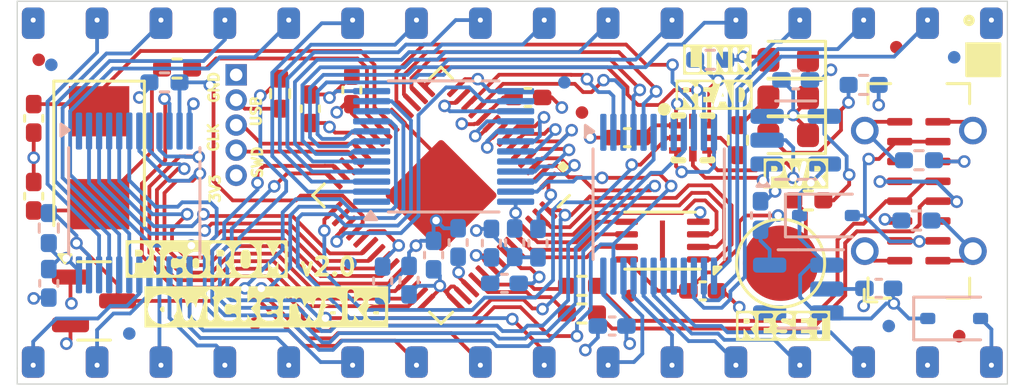
<source format=kicad_pcb>
(kicad_pcb (version 20240108) (generator "pcbnew") (generator_version "8.0")
  (title_block (title "PicoROM - ROM Emulator") (date "2024-10-11") (rev "1.7") (company "Martin Donlon (@wickerwaka)"))
  (layers (0 "F.Cu" signal) (1 "In1.Cu" signal) (2 "In2.Cu" signal) (31 "B.Cu" signal) (34 "B.Paste" user) (35 "F.Paste" user) (36 "B.SilkS" user "B.Silkscreen") (37 "F.SilkS" user "F.Silkscreen") (38 "B.Mask" user) (39 "F.Mask" user) (44 "Edge.Cuts" user))
  (net 0 "")
  (net 1 "GND")
  (net 2 "+5V")
  (net 3 "/XIN")
  (net 4 "/XOUT")
  (net 5 "+3V3")
  (net 6 "+1V1")
  (net 7 "/~{USB_BOOT}")
  (net 8 "/QSPI_SS")
  (net 9 "Net-(J1-CC1)")
  (net 11 "/QSPI_SD3")
  (net 12 "/QSPI_SCLK")
  (net 13 "/QSPI_SD0")
  (net 14 "/QSPI_SD2")
  (net 15 "/QSPI_SD1")
  (net 16 "/USB_D+")
  (net 17 "/USB_D-")
  (net 18 "Net-(J1-CC2)")
  (net 20 "Net-(U3-USB_DP)")
  (net 21 "/A16")
  (net 22 "/A15")
  (net 23 "/A12")
  (net 24 "/A7")
  (net 25 "/A6")
  (net 26 "/A5")
  (net 27 "/A4")
  (net 28 "/A3")
  (net 29 "/A2")
  (net 30 "/A1")
  (net 31 "/A0")
  (net 32 "/D0")
  (net 33 "/D1")
  (net 34 "/D2")
  (net 35 "Net-(U3-USB_DM)")
  (net 36 "Net-(D1-A)")
  (net 37 "/A17")
  (net 38 "/A14")
  (net 39 "/A13")
  (net 40 "/A8")
  (net 41 "/A9")
  (net 42 "/A11")
  (net 43 "/~{OE}")
  (net 44 "/A10")
  (net 45 "/~{CE}")
  (net 46 "/D7")
  (net 47 "/D6")
  (net 48 "/D5")
  (net 49 "/D4")
  (net 50 "/D3")
  (net 52 "Net-(D3-A)")
  (net 53 "/PIN_A12")
  (net 54 "/PIN_A1")
  (net 55 "/PIN_A6")
  (net 56 "/PIN_A2")
  (net 57 "/PIN_A15")
  (net 58 "/PIN_A16")
  (net 59 "/PIN_A5")
  (net 62 "Net-(D2-A)")
  (net 63 "/PIN_A3")
  (net 64 "/PIN_A4")
  (net 65 "/PIN_D0")
  (net 66 "/PIN_A7")
  (net 67 "/PIN_D1")
  (net 68 "/PIN_D2")
  (net 69 "/PIN_A0")
  (net 70 "/PIN_A10")
  (net 71 "/PIN_A14")
  (net 72 "/PIN_D4")
  (net 73 "/~{PIN_CE}")
  (net 74 "/PIN_A17")
  (net 75 "/~{PIN_OE}")
  (net 76 "/PIN_D3")
  (net 77 "/PIN_D5")
  (net 78 "/PIN_A9")
  (net 79 "/PIN_A11")
  (net 80 "/PIN_A13")
  (net 81 "/PIN_D7")
  (net 82 "/PIN_D6")
  (net 83 "/PIN_A8")
  (net 84 "/EXT_RESET")
  (net 85 "/INFO_LED2")
  (net 86 "/INFO_LED1")
  (net 87 "/IO_EXPAND")
  (net 89 "/EXT_RESET_VALUE")
  (net 90 "/EXT_RESET_EN")
  (net 91 "/PIN_5V")
  (net 93 "Net-(D4-A)")
  (net 95 "/SWCLK")
  (net 96 "/SWD")
  (net 104 "Net-(C2-Pad2)")
  (net 105 "Net-(R10-Pad1)")
  (net 110 "/~{BUF_EN}")
  (footprint "LED_SMD:LED_0603_1608Metric" (layer "F.Cu") (at 114.345 60.95 180)
    (property "Reference" "D2" (hide yes))
    (property "Value" "LED" (hide yes))
  )
  (footprint "UNIC:Fiducial_0.5mm_Mask1mm" (layer "F.Cu") (at 118.645 58.95)
    (property "Reference" "FID12" (hide yes))
    (property "Value" "Fiducial" (hide yes))
  )
  (footprint "Resistor_SMD:R_0402_1005Metric_Pad0.72x0.64mm_HandSolder" (layer "F.Cu") (at 112.345 62.65 -90)
    (property "Reference" "R2" (hide yes))
    (property "Value" "1k" (hide yes))
  )
  (footprint "TestPoint:TestPoint_Pad_D3.0mm" (layer "F.Cu") (at 114.045 67.55 90)
    (property "Reference" "J2" (hide yes))
    (property "Value" "External Reset" (hide yes))
  )
  (footprint "Capacitor_SMD:C_0402_1005Metric_Pad0.74x0.62mm_HandSolder" (layer "F.Cu") (at 84.345 61.7825 90)
    (property "Reference" "C3" (hide yes))
    (property "Value" "27p" (hide yes))
  )
  (footprint "Resistor_SMD:R_0402_1005Metric_Pad0.72x0.64mm_HandSolder" (layer "F.Cu") (at 106.145 69.55)
    (property "Reference" "R3" (hide yes))
    (property "Value" "27" (hide yes))
  )
  (footprint "UNIC:Fiducial_0.5mm_Mask1mm" (layer "F.Cu") (at 108.045 68.85)
    (property "Reference" "FID8" (hide yes))
    (property "Value" "Fiducial" (hide yes))
  )
  (footprint "UNIC:Fiducial_0.5mm_Mask1mm" (layer "F.Cu") (at 121.145 70.45)
    (property "Reference" "FID5" (hide yes))
    (property "Value" "Fiducial" (hide yes))
  )
  (footprint "Capacitor_SMD:C_0402_1005Metric_Pad0.74x0.62mm_HandSolder" (layer "F.Cu") (at 110.945 68.65)
    (property "Reference" "C9" (hide yes))
    (property "Value" "1u" (hide yes))
  )
  (footprint "Crystal:Crystal_SMD_5032-2Pin_5.0x3.2mm" (layer "F.Cu") (at 86.945 63.35 -90)
    (property "Reference" "Y1" (hide yes))
    (property "Value" "445C25D12M00000" (hide yes))
  )
  (footprint "Capacitor_SMD:C_0402_1005Metric_Pad0.74x0.62mm_HandSolder" (layer "F.Cu") (at 95.345 61.4 90)
    (property "Reference" "C6" (hide yes))
    (property "Value" "1u" (hide yes))
  )
  (footprint "Capacitor_SMD:C_0402_1005Metric_Pad0.74x0.62mm_HandSolder" (layer "F.Cu") (at 107.945 62.55 180)
    (property "Reference" "C11" (hide yes))
    (property "Value" "1u" (hide yes))
  )
  (footprint "Resistor_SMD:R_0402_1005Metric_Pad0.72x0.64mm_HandSolder" (layer "F.Cu") (at 94.145 60.8 90)
    (property "Reference" "R11" (hide yes))
    (property "Value" "1k" (hide yes))
  )
  (footprint "UNIC:Fiducial_0.5mm_Mask1mm" (layer "F.Cu") (at 84.545 59.45)
    (property "Reference" "FID4" (hide yes))
    (property "Value" "Fiducial" (hide yes))
  )
  (footprint "Package_TO_SOT_SMD:SOT-23" (layer "F.Cu") (at 86.745 69.05)
    (property "Reference" "Q1" (hide yes))
    (property "Value" "2N7002")
  )
  (footprint "Connector_PinHeader_1.00mm:PinHeader_1x05_P1.00mm_Vertical" (layer "F.Cu") (at 92.395 60.05)
    (property "Reference" "J5" (hide yes))
    (property "Value" "Conn_01x05_Pin" (hide yes))
  )
  (footprint "LED_SMD:LED_0603_1608Metric" (layer "F.Cu") (at 114.345 62.45 180)
    (property "Reference" "D1" (hide yes))
    (property "Value" "LED" (hide yes))
  )
  (footprint "RP2040_minimal:RP2040-QFN-56" (layer "F.Cu") (at 100.543439 64.85 -135)
    (property "Reference" "U3" (hide yes))
    (property "Value" "RP2040" (hide yes))
  )
  (footprint "Package_SON:Winbond_USON-8-1EP_3x2mm_P0.5mm_EP0.2x1.6mm" (layer "F.Cu") (at 109.345 66.65 180)
    (property "Reference" "U2" (hide yes))
    (property "Value" "W25Q16JVUXIQ" (hide yes))
  )
  (footprint "Connector_USB:USB_C_Receptacle_G-Switch_GT-USB-7051x" (layer "F.Cu") (at 119.54 64.668776 90)
    (property "Reference" "J1" (hide yes))
    (property "Value" "USB_C_Receptacle_USB2.0" (hide yes))
  )
  (footprint "Resistor_SMD:R_0402_1005Metric_Pad0.72x0.64mm_HandSolder" (layer "F.Cu") (at 106.145 68.45)
    (property "Reference" "R5" (hide yes))
    (property "Value" "27" (hide yes))
  )
  (footprint "Capacitor_SMD:C_0402_1005Metric_Pad0.74x0.62mm_HandSolder" (layer "F.Cu") (at 96.995 60.65 90)
    (property "Reference" "C13" (hide yes))
    (property "Value" "1u" (hide yes))
  )
  (footprint "UNIC:DIP-32_pin_header" (layer "F.Cu") (at 103.375 64.74 -90)
    (property "Reference" "J6" (hide yes))
    (property "Value" "Conn_02x16_Counter_Clockwise" (hide yes))
  )
  (footprint "Resistor_SMD:R_0402_1005Metric_Pad0.72x0.64mm_HandSolder" (layer "F.Cu") (at 90.045 59.8)
    (property "Reference" "R1" (hide yes))
    (property "Value" "1k" (hide yes))
  )
  (footprint "UNIC:Fiducial_0.5mm_Mask1mm" (layer "F.Cu") (at 93.145 69.95)
    (property "Reference" "FID7" (hide yes))
    (property "Value" "Fiducial" (hide yes))
  )
  (footprint "UNIC:Fiducial_0.5mm_Mask1mm" (layer "F.Cu") (at 106.145 61.55)
    (property "Reference" "FID9" (hide yes))
    (property "Value" "Fiducial" (hide yes))
  )
  (footprint "Capacitor_SMD:C_0402_1005Metric_Pad0.74x0.62mm_HandSolder" (layer "F.Cu") (at 84.345 64.8825 -90)
    (property "Reference" "C2" (hide yes))
    (property "Value" "27p" (hide yes))
  )
  (footprint "Resistor_SMD:R_0402_1005Metric_Pad0.72x0.64mm_HandSolder" (layer "F.Cu") (at 115.145 65.05 180)
    (property "Reference" "R10" (hide yes))
    (property "Value" "1k" (hide yes))
  )
  (footprint "RP2040_minimal:X2QFN-8_L1.5-W1.5-P0.50-BL" (layer "F.Cu") (at 110.545 62.55 -90)
    (property "Reference" "U7" (hide yes))
    (property "Value" "TCA5405RUGR" (hide yes))
  )
  (footprint "LED_SMD:LED_0603_1608Metric" (layer "F.Cu") (at 114.345 59.45 180)
    (property "Reference" "D3" (hide yes))
    (property "Value" "LED" (hide yes))
  )
  (footprint "Capacitor_SMD:C_0402_1005Metric_Pad0.74x0.62mm_HandSolder" (layer "F.Cu") (at 103.995 60.95)
    (property "Reference" "C16" (hide yes))
    (property "Value" "1u" (hide yes))
  )
  (footprint "UNIC:Fiducial_0.5mm_Mask1mm" (layer "B.Cu") (at 88.145 70.35 180)
    (property "Reference" "FID1" (hide yes))
    (property "Value" "Fiducial" (hide yes))
  )
  (footprint "UNIC:Fiducial_0.5mm_Mask1mm" (layer "B.Cu") (at 96.945 67.55 180)
    (property "Reference" "FID2" (hide yes))
    (property "Value" "Fiducial" (hide yes))
  )
  (footprint "Capacitor_SMD:C_0402_1005Metric_Pad0.74x0.62mm_HandSolder" (layer "B.Cu") (at 101.22 66.725 90)
    (property "Reference" "C7" (hide yes))
    (property "Value" "1u" (hide yes))
  )
  (footprint "Capacitor_SMD:C_0402_1005Metric_Pad0.74x0.62mm_HandSolder" (layer "B.Cu") (at 104.395 66.75 -90)
    (property "Reference" "C4" (hide yes))
    (property "Value" "1u" (hide yes))
  )
  (footprint "Resistor_SMD:R_0402_1005Metric_Pad0.72x0.64mm_HandSolder" (layer "B.Cu") (at 117.345 60.45)
    (property "Reference" "R4" (hide yes))
    (property "Value" "1k" (hide yes))
  )
  (footprint "Capacitor_SMD:C_0402_1005Metric_Pad0.74x0.62mm_HandSolder" (layer "B.Cu") (at 84.945 68.35 -90)
    (property "Reference" "C17" (hide yes))
    (property "Value" "1u" (hide yes))
  )
  (footprint "Diode_SMD:D_SOD-323" (layer "B.Cu") (at 115.845 65.65)
    (property "Reference" "D4" (hide yes))
    (property "Value" "NSR0320MW2T1G" (hide yes))
  )
  (footprint "Capacitor_SMD:C_0402_1005Metric_Pad0.74x0.62mm_HandSolder" (layer "B.Cu") (at 103.47 66.7325 -90)
    (property "Reference" "C20" (hide yes))
    (property "Value" "1u" (hide yes))
  )
  (footprint "Resistor_SMD:R_0402_1005Metric_Pad0.72x0.64mm_HandSolder" (layer "B.Cu") (at 119.445 65.85)
    (property "Reference" "R6" (hide yes))
    (property "Value" "5.1k" (hide yes))
  )
  (footprint "Package_TO_SOT_SMD:SOT-23-5" (layer "B.Cu") (at 114.645 62.65)
    (property "Reference" "U8" (hide yes))
    (property "Value" "74AHCT1G126" (hide yes))
  )
  (footprint "UNIC:Fiducial_0.5mm_Mask1mm" (layer "B.Cu") (at 120.945 59.35 180)
    (property "Reference" "FID6" (hide yes))
    (property "Value" "Fiducial" (hide yes))
  )
  (footprint "Capacitor_SMD:C_0402_1005Metric_Pad0.74x0.62mm_HandSolder" (layer "B.Cu") (at 98.22 68.25 -90)
    (property "Reference" "C1" (hide yes))
    (property "Value" "1u" (hide yes))
  )
  (footprint "Capacitor_SMD:C_0402_1005Metric_Pad0.74x0.62mm_HandSolder" (layer "B.Cu") (at 103.0625 68.35 180)
    (property "Reference" "C8" (hide yes))
    (property "Value" "1u" (hide yes))
  )
  (footprint "Capacitor_SMD:C_0402_1005Metric_Pad0.74x0.62mm_HandSolder" (layer "B.Cu") (at 102.545 66.75 90)
    (property "Reference" "C10" (hide yes))
    (property "Value" "1u" (hide yes))
  )
  (footprint "Package_SO:TSSOP-24_4.4x5mm_P0.4mm" (layer "B.Cu") (at 88.345 65.15 -90)
    (property "Reference" "U5" (hide yes))
    (property "Value" "74CBTD3861" (hide yes))
  )
  (footprint "Diode_SMD:D_SOD-323" (layer "B.Cu") (at 120.945 69.75)
    (property "Reference" "D5" (hide yes))
    (property "Value" "NSR0320MW2T1G" (hide yes))
  )
  (footprint "Capacitor_SMD:C_0402_1005Metric_Pad0.74x0.62mm_HandSolder" (layer "B.Cu") (at 117.945 68.55 180)
    (property "Reference" "C23" (hide yes))
    (property "Value" "1u" (hide yes))
  )
  (footprint "Package_SO:TSSOP-24_4.4x5mm_P0.4mm" (layer "B.Cu") (at 100.645 62.9)
    (property "Reference" "U6" (hide yes))
    (property "Value" "74CBTD3861" (hide yes))
  )
  (footprint "Package_TO_SOT_SMD:SOT-23-5" (layer "B.Cu") (at 114.745 68.575 180)
    (property "Reference" "U1" (hide yes))
    (property "Value" "AP2112K-3.3" (hide yes))
  )
  (footprint "UNIC:Fiducial_0.5mm_Mask1mm" (layer "B.Cu") (at 105.445 60.35 180)
    (property "Reference" "FID11" (hide yes))
    (property "Value" "Fiducial" (hide yes))
  )
  (footprint "Package_SO:TSSOP-24_4.4x5mm_P0.4mm" (layer "B.Cu") (at 109.195 65.2 -90)
    (property "Reference" "U4" (hide yes))
    (property "Value" "74CBTD3861" (hide yes))
  )
  (footprint "Resistor_SMD:R_0402_1005Metric_Pad0.72x0.64mm_HandSolder" (layer "B.Cu") (at 89.545 60.35 180)
    (property "Reference" "R7" (hide yes))
    (property "Value" "100k" (hide yes))
  )
  (footprint "Capacitor_SMD:C_0402_1005Metric_Pad0.74x0.62mm_HandSolder" (layer "B.Cu") (at 100.245 67.225 90)
    (property "Reference" "C18" (hide yes))
    (property "Value" "1u" (hide yes))
  )
  (footprint "UNIC:Fiducial_0.5mm_Mask1mm" (layer "B.Cu") (at 118.345 70.05 180)
    (property "Reference" "FID10" (hide yes))
    (property "Value" "Fiducial" (hide yes))
  )
  (footprint "Capacitor_SMD:C_0402_1005Metric_Pad0.74x0.62mm_HandSolder" (layer "B.Cu") (at 113.245 65.65 90)
    (property "Reference" "C24" (hide yes))
    (property "Value" "1u" (hide yes))
  )
  (footprint "Resistor_SMD:R_0402_1005Metric_Pad0.72x0.64mm_HandSolder" (layer "B.Cu") (at 111.245 59.45 180)
    (property "Reference" "R9" (hide yes))
    (property "Value" "1k" (hide yes))
  )
  (footprint "Resistor_SMD:R_0402_1005Metric_Pad0.72x0.64mm_HandSolder" (layer "B.Cu") (at 84.945 66.15 -90)
    (property "Reference" "R8" (hide yes))
    (property "Value" "10k")
  )
  (footprint "Resistor_SMD:R_0402_1005Metric_Pad0.72x0.64mm_HandSolder" (layer "B.Cu") (at 119.545 63.45 180)
    (property "Reference" "R12" (hide yes))
    (property "Value" "5.1k" (hide yes))
  )
  (footprint "Capacitor_SMD:C_0402_1005Metric_Pad0.74x0.62mm_HandSolder" (layer "B.Cu") (at 114.645 60.25 180)
    (property "Reference" "C5" (hide yes))
    (property "Value" "1u" (hide yes))
  )
  (footprint "Capacitor_SMD:C_0402_1005Metric_Pad0.74x0.62mm_HandSolder" (layer "B.Cu") (at 107.345 70.05 180)
    (property "Reference" "C19" (hide yes))
    (property "Value" "1u" (hide yes))
  )
  (footprint "Capacitor_SMD:C_0402_1005Metric_Pad0.74x0.62mm_HandSolder" (layer "B.Cu") (at 99.27 68.225 90)
    (property "Reference" "C12" (hide yes))
    (property "Value" "1u" (hide yes))
  )
  (footprint "UNIC:Fiducial_0.5mm_Mask1mm" (layer "B.Cu") (at 85.045 59.65 180)
    (property "Reference" "FID3" (hide yes))
    (property "Value" "Fiducial" (hide yes))
  )
  (gr_rect (start 121.445 58.815) (end 122.76 60.085) (stroke (width 0.12)) (fill solid) (layer "F.SilkS"))
  (gr_line (start 83.69 71.725) (end 83.69 72.36) (stroke (width 0.05)) (layer "Edge.Cuts"))
  (gr_line (start 123.06 72.36) (end 123.06 57.12) (stroke (width 0.05)) (layer "Edge.Cuts"))
  (gr_line (start 83.69 57.12) (end 83.69 71.725) (stroke (width 0.05)) (layer "Edge.Cuts"))
  (gr_line (start 83.69 72.36) (end 123.06 72.36) (stroke (width 0.05)) (layer "Edge.Cuts"))
  (gr_line (start 123.06 57.12) (end 83.69 57.12) (stroke (width 0.05)) (layer "Edge.Cuts"))
  (gr_text "RESET" (at 112.145 70.55 0) (layer "F.SilkS" knockout) (effects (font (size 0.8 0.8) (thickness 0.2) (bold yes)) (justify left bottom)))
  (gr_text "GND" (at 91.745 61.225 90) (layer "F.SilkS") (effects (font (size 0.4 0.4) (thickness 0.1) (bold yes)) (justify left bottom)))
  (gr_text "READ" (at 109.745 61.35 0) (layer "F.SilkS" knockout) (effects (font (size 0.8 0.8) (thickness 0.2) (bold yes)) (justify left bottom)))
  (gr_text "v2.0" (at 94.845 68.1 0) (layer "F.SilkS") (effects (font (size 0.7 0.7) (thickness 0.15) (bold yes)) (justify left bottom)))
  (gr_text "PWR" (at 113.245 63.55 0) (layer "F.SilkS" knockout) (effects (font (size 0.8 0.8) (thickness 0.2) (bold yes)) (justify left top)))
  (gr_text "LINK" (at 110.045 59.95 0) (layer "F.SilkS" knockout) (effects (font (size 0.8 0.8) (thickness 0.2) (bold yes)) (justify left bottom)))
  (gr_text "USB" (at 93.425 62.16 90) (layer "F.SilkS") (effects (font (size 0.4 0.4) (thickness 0.1) (bold yes)) (justify left bottom)))
  (gr_text "3V3" (at 91.795 65.2 90) (layer "F.SilkS") (effects (font (size 0.4 0.4) (thickness 0.1) (bold yes)) (justify left bottom)))
  (gr_text "." (at 104.875 62.9 -90) (layer "F.SilkS") (effects (font (size 3 3) (thickness 0.15) (bold yes)) (justify left bottom)))
  (gr_text "CLK" (at 91.725 63.17 90) (layer "F.SilkS") (effects (font (size 0.4 0.4) (thickness 0.1) (bold yes)) (justify left bottom)))
  (gr_text "@wickerwaka" (at 88.645 69.85 0) (layer "F.SilkS" knockout) (effects (font (size 1 1) (thickness 0.25) (bold yes)) (justify left bottom)))
  (gr_text "SWD" (at 93.475 64.21 90) (layer "F.SilkS") (effects (font (size 0.4 0.4) (thickness 0.1) (bold yes)) (justify left bottom)))
  (gr_text "PicoROM" (at 87.845 66.85 0) (layer "F.SilkS" knockout) (effects (font (size 1 1) (thickness 0.25) (bold yes)) (justify left top)))
  (segment (start 105.345 61.35) (end 104.945 60.95) (width 0.15) (layer "F.Cu") (net 1))
  (segment (start 96.106094 60.958668) (end 95.979926 60.8325) (width 0.15) (layer "F.Cu") (net 1))
  (segment (start 115.1325 62.2375) (end 114.545 61.65) (width 0.15) (layer "F.Cu") (net 1))
  (segment (start 110.1088 63.9138) (end 109.885 63.69) (width 0.15) (layer "F.Cu") (net 1))
  (segment (start 85.8075 70) (end 85.8075 70.5875) (width 0.15) (layer "F.Cu") (net 1))
  (segment (start 121.31 67.448776) (end 121.69 67.068776) (width 0.15) (layer "F.Cu") (net 1))
  (segment (start 110.77 65.9) (end 110.77 65.6) (width 0.15) (layer "F.Cu") (net 1))
  (segment (start 115.1325 59.45) (end 115.1325 60.95) (width 0.15) (layer "F.Cu") (net 1))
  (segment (start 121.34 61.918776) (end 121.69 62.268776) (width 0.15) (layer "F.Cu") (net 1))
  (segment (start 110.77 65.6) (end 110.845 65.525) (width 0.15) (layer "F.Cu") (net 1))
  (segment (start 110.108801 63.9138) (end 110.1088 63.9138) (width 0.15) (layer "F.Cu") (net 1))
  (segment (start 118.78 61.918776) (end 117.74 61.918776) (width 0.15) (layer "F.Cu") (net 1))
  (segment (start 100.543439 63.435787) (end 100.543439 64.85) (width 0.15) (layer "F.Cu") (net 1))
  (segment (start 111.5125 68.65) (end 111.750928 68.65) (width 0.15) (layer "F.Cu") (net 1))
  (segment (start 96.118832 60.958668) (end 96.995 60.0825) (width 0.15) (layer "F.Cu") (net 1))
  (segment (start 120.3 67.448776) (end 121.31 67.448776) (width 0.15) (layer "F.Cu") (net 1))
  (segment (start 104.945 60.95) (end 104.5625 60.95) (width 0.15) (layer "F.Cu") (net 1))
  (segment (start 115.1325 62.45) (end 115.1325 62.2375) (width 0.15) (layer "F.Cu") (net 1))
  (segment (start 85.8075 70.5875) (end 85.645 70.75) (width 0.15) (layer "F.Cu") (net 1))
  (segment (start 111.750928 68.65) (end 112.39958 69.298652) (width 0.15) (layer "F.Cu") (net 1))
  (segment (start 115.1325 61.0625) (end 114.545 61.65) (width 0.15) (layer "F.Cu") (net 1))
  (segment (start 95.979926 60.8325) (end 95.345 60.8325) (width 0.15) (layer "F.Cu") (net 1))
  (segment (start 96.106094 60.958668) (end 96.118832 60.958668) (width 0.15) (layer "F.Cu") (net 1))
  (segment (start 98.819866 61.712214) (end 100.543439 63.435787) (width 0.15) (layer "F.Cu") (net 1))
  (segment (start 115.1325 60.95) (end 115.1325 61.0625) (width 0.15) (layer "F.Cu") (net 1))
  (segment (start 118.78 67.448776) (end 117.77 67.448776) (width 0.15) (layer "F.Cu") (net 1))
  (segment (start 117.74 61.918776) (end 117.39 62.268776) (width 0.15) (layer "F.Cu") (net 1))
  (segment (start 107.3775 62.55) (end 106.470001 62.55) (width 0.15) (layer "F.Cu") (net 1))
  (segment (start 84.345 64.315) (end 84.345 63.35) (width 0.15) (layer "F.Cu") (net 1))
  (segment (start 117.77 67.448776) (end 117.39 67.068776) (width 0.15) (layer "F.Cu") (net 1))
  (segment (start 84.345 62.35) (end 84.345 63.35) (width 0.15) (layer "F.Cu") (net 1))
  (segment (start 120.3 61.918776) (end 121.34 61.918776) (width 0.15) (layer "F.Cu") (net 1))
  (segment (start 109.885 63.69) (end 109.885 63.06) (width 0.15) (layer "F.Cu") (net 1))
  (via (at 85.645 70.75) (size 0.5) (drill 0.3) (layers "F.Cu" "B.Cu") (net 1))
  (via (at 110.845 65.525) (size 0.5) (drill 0.3) (layers "F.Cu" "B.Cu") (net 1))
  (via (at 106.470001 62.55) (size 0.5) (drill 0.3) (layers "F.Cu" "B.Cu") (net 1))
  (via (at 105.345 61.35) (size 0.5) (drill 0.3) (layers "F.Cu" "B.Cu") (net 1))
  (via (at 106.279424 71.007373) (size 0.5) (drill 0.3) (layers "F.Cu" "B.Cu") (net 1))
  (via (at 112.39958 69.298652) (size 0.5) (drill 0.3) (layers "F.Cu" "B.Cu") (net 1))
  (via (at 96.106094 60.958668) (size 0.5) (drill 0.3) (layers "F.Cu" "B.Cu") (net 1))
  (via (at 90.695 61.2) (size 0.5) (drill 0.3) (layers "F.Cu" "B.Cu") (net 1))
  (via (at 114.545 61.65) (size 0.5) (drill 0.3) (layers "F.Cu" "B.Cu") (net 1))
  (via (at 100.345 65.85) (size 0.5) (drill 0.3) (layers "F.Cu" "B.Cu") (net 1))
  (via (at 110.108801 63.9138) (size 0.5) (drill 0.3) (layers "F.Cu" "B.Cu") (net 1))
  (via (at 84.345 63.35) (size 0.5) (drill 0.3) (layers "F.Cu" "B.Cu") (net 1))
  (via (at 113.823741 64.689844) (size 0.5) (drill 0.3) (layers "F.Cu" "B.Cu") (net 1))
  (via (at 99.545 66.85) (size 0.5) (drill 0.3) (layers "F.Cu" "B.Cu") (net 1))
  (via (at 117.345 69.25) (size 0.5) (drill 0.3) (layers "F.Cu" "B.Cu") (net 1))
  (via (at 101.945 66.25) (size 0.5) (drill 0.3) (layers "F.Cu" "B.Cu") (net 1))
  (via (at 84.345 68.95) (size 0.5) (drill 0.3) (layers "F.Cu" "B.Cu") (net 1))
  (segment (start 84.945 68.9175) (end 84.3775 68.9175) (width 0.15) (layer "B.Cu") (net 1))
  (segment (start 113.245 65.0825) (end 113.431085 65.0825) (width 0.15) (layer "B.Cu") (net 1))
  (segment (start 96.364762 60.7) (end 97.7825 60.7) (width 0.15) (layer "B.Cu") (net 1))
  (segment (start 110.108801 63.9138) (end 111.1812 63.9138) (width 0.15) (layer "B.Cu") (net 1))
  (segment (start 115.9075 68.55) (end 115.8825 68.575) (width 0.15) (layer "B.Cu") (net 1))
  (segment (start 111.1812 63.9138) (end 111.395 63.7) (width 0.15) (layer "B.Cu") (net 1))
  (segment (start 106.7775 70.05) (end 106.7775 70.509297) (width 0.15) (layer "B.Cu") (net 1))
  (segment (start 117.3775 68.55) (end 117.3775 69.2175) (width 0.15) (layer "B.Cu") (net 1))
  (segment (start 102.545 66.1825) (end 102.545 66.375) (width 0.15) (layer "B.Cu") (net 1))
  (segment (start 90.545 61.35) (end 90.545 62.2875) (width 0.15) (layer "B.Cu") (net 1))
  (segment (start 100.6525 66.1575) (end 100.345 65.85) (width 0.15) (layer "B.Cu") (net 1))
  (segment (start 106.7775 70.509297) (end 106.279424 71.007373) (width 0.15) (layer "B.Cu") (net 1))
  (segment (start 114.545 60.7175) (end 114.545 61.65) (width 0.15) (layer "B.Cu") (net 1))
  (segment (start 117.3775 69.2175) (end 117.345 69.25) (width 0.15) (layer "B.Cu") (net 1))
  (segment (start 118.571224 63.45) (end 117.39 62.268776) (width 0.15) (layer "B.Cu") (net 1))
  (segment (start 118.9475 63.45) (end 118.571224 63.45) (width 0.15) (layer "B.Cu") (net 1))
  (segment (start 90.695 61.2) (end 90.545 61.35) (width 0.15) (layer "B.Cu") (net 1))
  (segment (start 99.7375 66.6575) (end 99.545 66.85) (width 0.15) (layer "B.Cu") (net 1))
  (segment (start 120.0425 65.85) (end 120.471224 65.85) (width 0.15) (layer "B.Cu") (net 1))
  (segment (start 115.8825 68.575) (end 117.3525 68.575) (width 0.15) (layer "B.Cu") (net 1))
  (segment (start 100.245 66.6575) (end 99.7375 66.6575) (width 0.15) (layer "B.Cu") (net 1))
  (segment (start 101.22 66.1575) (end 100.6525 66.1575) (width 0.15) (layer "B.Cu") (net 1))
  (segment (start 100.245 65.95) (end 100.345 65.85) (width 0.15) (layer "B.Cu") (net 1))
  (segment (start 120.471224 65.85) (end 121.69 67.068776) (width 0.15) (layer "B.Cu") (net 1))
  (segment (start 102.545 66.375) (end 103.47 67.3) (width 0.15) (layer "B.Cu") (net 1))
  (segment (start 114.495 61.7) (end 114.545 61.65) (width 0.15) (layer "B.Cu") (net 1))
  (segment (start 103.4875 67.3175) (end 103.47 67.3) (width 0.15) (layer "B.Cu") (net 1))
  (segment (start 100.245 66.6575) (end 100.245 65.95) (width 0.15) (layer "B.Cu") (net 1))
  (segment (start 113.5075 61.7) (end 114.495 61.7) (width 0.15) (layer "B.Cu") (net 1))
  (segment (start 102.495 68.35) (end 103.47 67.375) (width 0.15) (layer "B.Cu") (net 1))
  (segment (start 102.0125 66.1825) (end 101.945 66.25) (width 0.15) (layer "B.Cu") (net 1))
  (segment (start 117.3525 68.575) (end 117.3775 68.55) (width 0.15) (layer "B.Cu") (net 1))
  (segment (start 96.106094 60.958668) (end 96.364762 60.7) (width 0.15) (layer "B.Cu") (net 1))
  (segment (start 99.27 67.125) (end 99.545 66.85) (width 0.15) (layer "B.Cu") (net 1))
  (segment (start 104.395 67.3175) (end 103.4875 67.3175) (width 0.15) (layer "B.Cu") (net 1))
  (segment (start 102.545 66.1825) (end 102.0125 66.1825) (width 0.15) (layer "B.Cu") (net 1))
  (segment (start 84.3775 68.9175) (end 84.345 68.95) (width 0.15) (layer "B.Cu") (net 1))
  (segment (start 99.27 67.6575) (end 99.27 67.125) (width 0.15) (layer "B.Cu") (net 1))
  (segment (start 98.22 68.7075) (end 99.27 67.6575) (width 0.15) (layer "B.Cu") (net 1))
  (segment (start 111.395 63.7) (end 111.395 62.3375) (width 0.15) (layer "B.Cu") (net 1))
  (segment (start 103.47 67.375) (end 103.47 67.3) (width 0.15) (layer "B.Cu") (net 1))
  (segment (start 113.431085 65.0825) (end 113.823741 64.689844) (width 0.15) (layer "B.Cu") (net 1))
  (segment (start 114.0775 60.25) (end 114.545 60.7175) (width 0.15) (layer "B.Cu") (net 1))
  (segment (start 98.22 68.8175) (end 98.22 68.7075) (width 0.15) (layer "B.Cu") (net 1))
  (via (at 108.045 70.75) (size 0.5) (drill 0.3) (layers "F.Cu" "B.Cu") (net 2))
  (via (at 115.245 64.35) (size 0.5) (drill 0.3) (layers "F.Cu" "B.Cu") (net 2))
  (via (at 116.045 59.85) (size 0.5) (drill 0.3) (layers "F.Cu" "B.Cu") (net 2))
  (via (at 118.545 69.15) (size 0.5) (drill 0.3) (layers "F.Cu" "B.Cu") (net 2))
  (via (at 85.645 67.35) (size 0.5) (drill 0.3) (layers "F.Cu" "B.Cu") (net 2))
  (via (at 103.5075 65.55) (size 0.5) (drill 0.3) (layers "F.Cu" "B.Cu") (net 2))
  (segment (start 115.220001 67.625) (end 114.82 68.025001) (width 0.15) (layer "B.Cu") (net 2))
  (segment (start 115.8825 67.625) (end 115.220001 67.625) (width 0.15) (layer "B.Cu") (net 2))
  (segment (start 114.795 64.8) (end 114.795 65.65) (width 0.15) (layer "B.Cu") (net 2))
  (segment (start 86.145 67.85) (end 85.645 67.35) (width 0.15) (layer "B.Cu") (net 2))
  (segment (start 119.145 69.75) (end 119.895 69.75) (width 0.15) (layer "B.Cu") (net 2))
  (segment (start 118.245 69.15) (end 118.545 69.15) (width 0.15) (layer "B.Cu") (net 2))
  (segment (start 115.7825 63.8125) (end 115.245 64.35) (width 0.15) (layer "B.Cu") (net 2))
  (segment (start 84.945 66.9175) (end 85.3775 67.35) (width 0.15) (layer "B.Cu") (net 2))
  (segment (start 118.5125 69.1175) (end 118.545 69.15) (width 0.15) (layer "B.Cu") (net 2))
  (segment (start 107.9125 69.72582) (end 107.9125 70.05) (width 0.15) (layer "B.Cu") (net 2))
  (segment (start 85.175 68.0125) (end 84.945 67.7825) (width 0.15) (layer "B.Cu") (net 2))
  (segment (start 103.5075 66.1275) (end 103.47 66.165) (width 0.15) (layer "B.Cu") (net 2))
  (segment (start 107.9125 70.05) (end 107.9125 70.6175) (width 0.15) (layer "B.Cu") (net 2))
  (segment (start 117.645 69.75) (end 118.245 69.15) (width 0.15) (layer "B.Cu") (net 2))
  (segment (start 84.945 66.7475) (end 84.945 66.9175) (width 0.15) (layer "B.Cu") (net 2))
  (segment (start 103.5075 65.1) (end 103.5075 65.55) (width 0.15) (layer "B.Cu") (net 2))
  (segment (start 85.3775 67.35) (end 84.945 67.7825) (width 0.15) (layer "B.Cu") (net 2))
  (segment (start 114.795 66.5375) (end 115.8825 67.625) (width 0.15) (layer "B.Cu") (net 2))
  (segment (start 107.9125 70.6175) (end 108.045 70.75) (width 0.15) (layer "B.Cu") (net 2))
  (segment (start 86.145 68.0125) (end 86.145 67.85) (width 0.15) (layer "B.Cu") (net 2))
  (segment (start 85.645 67.35) (end 85.3775 67.35) (width 0.15) (layer "B.Cu") (net 2))
  (segment (start 115.445 69.525) (end 115.8825 69.525) (width 0.15) (layer "B.Cu") (net 2))
  (segment (start 115.2125 60.25) (end 115.645 60.25) (width 0.15) (layer "B.Cu") (net 2))
  (segment (start 118.5125 68.55) (end 118.5125 69.1175) (width 0.15) (layer "B.Cu") (net 2))
  (segment (start 114.82 68.9) (end 115.445 69.525) (width 0.15) (layer "B.Cu") (net 2))
  (segment (start 114.795 65.65) (end 114.795 66.5375) (width 0.15) (layer "B.Cu") (net 2))
  (segment (start 116.1075 69.75) (end 117.645 69.75) (width 0.15) (layer "B.Cu") (net 2))
  (segment (start 115.8825 69.525) (end 116.1075 69.75) (width 0.15) (layer "B.Cu") (net 2))
  (segment (start 115.245 64.35) (end 114.795 64.8) (width 0.15) (layer "B.Cu") (net 2))
  (segment (start 115.7825 63.6) (end 115.7825 63.8125) (width 0.15) (layer "B.Cu") (net 2))
  (segment (start 106.995 68.0625) (end 106.995 68.80832) (width 0.15) (layer "B.Cu") (net 2))
  (segment (start 103.5075 65.55) (end 103.5075 66.1275) (width 0.15) (layer "B.Cu") (net 2))
  (segment (start 114.82 68.025001) (end 114.82 68.9) (width 0.15) (layer "B.Cu") (net 2))
  (segment (start 106.995 68.80832) (end 107.9125 69.72582) (width 0.15) (layer "B.Cu") (net 2))
  (segment (start 118.545 69.15) (end 119.145 69.75) (width 0.15) (layer "B.Cu") (net 2))
  (segment (start 115.645 60.25) (end 116.045 59.85) (width 0.15) (layer "B.Cu") (net 2))
  (segment (start 97.895 61.353032) (end 97.895 59.64904) (width 0.15) (layer "F.Cu") (net 3))
  (segment (start 97.34596 59.1) (end 88.595 59.1) (width 0.15) (layer "F.Cu") (net 3))
  (segment (start 86.945 60.75) (end 86.945 61.5) (width 0.15) (layer "F.Cu") (net 3))
  (segment (start 88.595 59.1) (end 86.945 60.75) (width 0.15) (layer "F.Cu") (net 3))
  (segment (start 86.66 61.215) (end 86.945 61.5) (width 0.15) (layer "F.Cu") (net 3))
  (segment (start 97.895 59.64904) (end 97.34596 59.1) (width 0.15) (layer "F.Cu") (net 3))
  (segment (start 98.537024 61.995056) (end 97.895 61.353032) (width 0.15) (layer "F.Cu") (net 3))
  (segment (start 84.345 61.215) (end 86.66 61.215) (width 0.15) (layer "F.Cu") (net 3))
  (segment (start 97.221696 59.4) (end 91.595 59.4) (width 0.15) (layer "F.Cu") (net 4))
  (segment (start 97.595 61.618718) (end 97.595 59.773304) (width 0.15) (layer "F.Cu") (net 4))
  (segment (start 98.254181 62.277899) (end 97.595 61.618718) (width 0.15) (layer "F.Cu") (net 4))
  (segment (start 97.595 59.773304) (end 97.221696 59.4) (width 0.15) (layer "F.Cu") (net 4))
  (segment (start 91.595 59.4) (end 91.195 59.8) (width 0.15) (layer "F.Cu") (net 4))
  (segment (start 91.195 59.8) (end 90.6425 59.8) (width 0.15) (layer "F.Cu") (net 4))
  (segment (start 103.029226 60.95) (end 103.4275 60.95) (width 0.15) (layer "F.Cu") (net 5))
  (segment (start 96.995 61.584404) (end 97.971338 62.560742) (width 0.15) (layer "F.Cu") (net 5))
  (segment (start 102.082758 67.237848) (end 102.549854 67.704944) (width 0.15) (layer "F.Cu") (net 5))
  (segment (start 100.495 68.575394) (end 99.951237 69.119157) (width 0.15) (layer "F.Cu") (net 5))
  (segment (start 109.885 61.259686) (end 109.937761 61.206925) (width 0.15) (layer "F.Cu") (net 5))
  (segment (start 85.8075 69.1125) (end 85.845 69.15) (width 0.15) (layer "F.Cu") (net 5))
  (segment (start 112.645 65.65) (end 112.395 65.9) (width 0.15) (layer "F.Cu") (net 5))
  (segment (start 97.70815 66.271076) (end 97.405653 66.573573) (width 0.15) (layer "F.Cu") (net 5))
  (segment (start 102.267012 61.712214) (end 103.029226 60.95) (width 0.15) (layer "F.Cu") (net 5))
  (segment (start 111.404264 67.915) (end 111.1125 67.915) (width 0.15) (layer "F.Cu") (net 5))
  (segment (start 109.0025 62.06) (end 108.5125 62.55) (width 0.15) (layer "F.Cu") (net 5))
  (segment (start 112.395 65.9) (end 112.395 66.924264) (width 0.15) (layer "F.Cu") (net 5))
  (segment (start 101.936678 67.237848) (end 102.648444 67.237848) (width 0.15) (layer "F.Cu") (net 5))
  (segment (start 101.05717 68.475) (end 100.945 68.475) (width 0.15) (layer "F.Cu") (net 5))
  (segment (start 98.287561 66.271076) (end 97.70815 66.271076) (width 0.15) (layer "F.Cu") (net 5))
  (segment (start 104.905539 64.828037) (end 104.812596 64.735094) (width 0.15) (layer "F.Cu") (net 5))
  (segment (start 100.945 68.475) (end 100.795 68.625) (width 0.15) (layer "F.Cu") (net 5))
  (segment (start 101.385103 62.01471) (end 101.36626 61.995867) (width 0.15) (layer "F.Cu") (net 5))
  (segment (start 101.875609 61.997553) (end 101.858452 62.01471) (width 0.15) (layer "F.Cu") (net 5))
  (segment (start 101.936678 67.237848) (end 102.082758 67.237848) (width 0.15) (layer "F.Cu") (net 5))
  (segment (start 100.795 68.778516) (end 101.135641 69.119157) (width 0.15) (layer "F.Cu") (net 5))
  (segment (start 101.981673 61.997553) (end 101.875609 61.997553) (width 0.15) (layer "F.Cu") (net 5))
  (segment (start 96.717517 61.2175) (end 96.393181 61.541836) (width 0.15) (layer "F.Cu") (net 5))
  (segment (start 100.795 68.625) (end 100.795 68.778516) (width 0.15) (layer "F.Cu") (net 5))
  (segment (start 101.858452 62.01471) (end 101.385103 62.01471) (width 0.15) (layer "F.Cu") (net 5))
  (segment (start 113.945 65.65) (end 112.645 65.65) (width 0.15) (layer "F.Cu") (net 5))
  (segment (start 100.495 68.45) (end 101.135641 69.090641) (width 0.15) (layer "F.Cu") (net 5))
  (segment (start 109.17 68.65) (end 110.3775 68.65) (width 0.15) (layer "F.Cu") (net 5))
  (segment (start 109.885 62.06) (end 109.0025 62.06) (width 0.15) (layer "F.Cu") (net 5))
  (segment (start 102.267012 61.712214) (end 101.981673 61.997553) (width 0.15) (layer "F.Cu") (net 5))
  (segment (start 98.859384 66.842899) (end 98.287561 66.271076) (width 0.15) (layer "F.Cu") (net 5))
  (segment (start 96.995 61.2175) (end 96.717517 61.2175) (width 0.15) (layer "F.Cu") (net 5))
  (segment (start 85.8075 68.1) (end 85.8075 69.1125) (width 0.15) (layer "F.Cu") (net 5))
  (segment (start 101.418484 68.836314) (end 101.05717 68.475) (width 0.15) (layer "F.Cu") (net 5))
  (segment (start 107.92 67.4) (end 109.17 68.65) (width 0.15) (layer "F.Cu") (net 5))
  (segment (start 109.885 62.06) (end 109.885 61.259686) (width 0.15) (layer "F.Cu") (net 5))
  (segment (start 100.495 68.45) (end 100.495 68.575394) (width 0.15) (layer "F.Cu") (net 5))
  (segment (start 102.648444 67.237848) (end 102.832697 67.422101) (width 0.15) (layer "F.Cu") (net 5))
  (segment (start 101.135641 69.090641) (end 101.135641 69.119157) (width 0.15) (layer "F.Cu") (net 5))
  (segment (start 96.995 61.2175) (end 96.995 61.584404) (width 0.15) (layer "F.Cu") (net 5))
  (segment (start 112.395 66.924264) (end 111.404264 67.915) (width 0.15) (layer "F.Cu") (net 5))
  (segment (start 104.812596 64.735094) (end 104.812596 64.257798) (width 0.15) (layer "F.Cu") (net 5))
  (segment (start 111.1125 67.915) (end 110.3775 68.65) (width 0.15) (layer "F.Cu") (net 5))
  (via (at 88.545002 60.95) (size 0.5) (drill 0.3) (layers "F.Cu" "B.Cu") (net 5))
  (via (at 113.945 65.65) (size 0.5) (drill 0.3) (layers "F.Cu" "B.Cu") (net 5))
  (via (at 98.859384 66.842899) (size 0.5) (drill 0.3) (layers "F.Cu" "B.Cu") (net 5))
  (via (at 100.495 68.45) (size 0.5) (drill 0.3) (layers "F.Cu" "B.Cu") (net 5))
  (via (at 104.905539 64.828037) (size 0.5) (drill 0.3) (layers "F.Cu" "B.Cu") (net 5))
  (via (at 85.845 69.15) (size 0.5) (drill 0.3) (layers "F.Cu" "B.Cu") (net 5))
  (via (at 101.936678 67.237848) (size 0.5) (drill 0.3) (layers "F.Cu" "B.Cu") (net 5))
  (via (at 117.945 61.25) (size 0.5) (drill 0.3) (layers "F.Cu" "B.Cu") (net 5))
  (via (at 96.393181 61.541836) (size 0.5) (drill 0.3) (layers "F.Cu" "B.Cu") (net 5))
  (via (at 109.937761 61.206925) (size 0.5) (drill 0.3) (layers "F.Cu" "B.Cu") (net 5))
  (via (at 101.36626 61.995867) (size 0.5) (drill 0.3) (layers "F.Cu" "B.Cu") (net 5))
  (segment (start 88.9475 60.547502) (end 88.9475 60.35) (width 0.15) (layer "B.Cu") (net 5))
  (segment (start 98.22 67.482283) (end 98.22 67.6825) (width 0.15) (layer "B.Cu") (net 5))
  (segment (start 101.936678 67.237848) (end 102.01633 67.3175) (width 0.15) (layer "B.Cu") (net 5))
  (segment (start 88.545002 60.95) (end 88.9475 60.547502) (width 0.15) (layer "B.Cu") (net 5))
  (segment (start 104.4125 65.56166) (end 104.4125 66.35) (width 0.15) (layer "B.Cu") (net 5))
  (segment (start 117.9425 61.2475) (end 117.945 61.25) (width 0.15) (layer "B.Cu") (net 5))
  (segment (start 113.245 66.65) (end 113.6075 67.0125) (width 0.15) (layer "B.Cu") (net 5))
  (segment (start 100.495 68.45) (end 100.495 68.0425) (width 0.15) (layer "B.Cu") (net 5))
  (segment (start 113.3775 66.2175) (end 113.945 65.65) (width 0.15) (layer "B.Cu") (net 5))
  (segment (start 104.905539 65.068621) (end 104.4125 65.56166) (width 0.15) (layer "B.Cu") (net 5))
  (segment (start 100.495 68.0425) (end 100.245 67.7925) (width 0.15) (layer "B.Cu") (net 5))
  (segment (start 113.245 66.2175) (end 113.3775 66.2175) (width 0.15) (layer "B.Cu") (net 5))
  (segment (start 102.01633 67.3175) (end 102.545 67.3175) (width 0.15) (layer "B.Cu") (net 5))
  (segment (start 100.495 68.45) (end 99.6125 68.45) (width 0.15) (layer "B.Cu") (net 5))
  (segment (start 104.905539 64.828037) (end 104.905539 65.068621) (width 0.15) (layer "B.Cu") (net 5))
  (segment (start 99.6125 68.45) (end 99.27 68.7925) (width 0.15) (layer "B.Cu") (net 5))
  (segment (start 113.6075 67.0125) (end 113.6075 67.625) (width 0.15) (layer "B.Cu") (net 5))
  (segment (start 117.9425 60.45) (end 117.9425 61.2475) (width 0.15) (layer "B.Cu") (net 5))
  (segment (start 98.859384 66.842899) (end 98.22 67.482283) (width 0.15) (layer "B.Cu") (net 5))
  (segment (start 113.245 66.2175) (end 113.245 66.65) (width 0.15) (layer "B.Cu") (net 5))
  (segment (start 101.701326 68.553472) (end 101.241089 68.093235) (width 0.15) (layer "F.Cu") (net 6))
  (segment (start 96.106094 62.125) (end 96.331094 62.35) (width 0.15) (layer "F.Cu") (net 6))
  (segment (start 103.726282 67.75) (end 103.11554 67.139258) (width 0.15) (layer "F.Cu") (net 6))
  (segment (start 95.948594 61.9675) (end 95.345 61.9675) (width 0.15) (layer "F.Cu") (net 6))
  (segment (start 96.106094 62.125) (end 95.948594 61.9675) (width 0.15) (layer "F.Cu") (net 6))
  (segment (start 101.241089 68.093235) (end 101.241089 67.909887) (width 0.15) (layer "F.Cu") (net 6))
  (segment (start 104.095 67.75) (end 103.726282 67.75) (width 0.15) (layer "F.Cu") (net 6))
  (segment (start 96.331094 62.35) (end 97.19491 62.35) (width 0.15) (layer "F.Cu") (net 6))
  (segment (start 104.445 68.1) (end 104.095 67.75) (width 0.15) (layer "F.Cu") (net 6))
  (segment (start 97.19491 62.35) (end 97.688495 62.843585) (width 0.15) (layer "F.Cu") (net 6))
  (via (at 101.241089 67.909887) (size 0.5) (drill 0.3) (layers "F.Cu" "B.Cu") (net 6))
  (via (at 96.106094 62.125) (size 0.5) (drill 0.3) (layers "F.Cu" "B.Cu") (net 6))
  (via (at 104.445 68.1) (size 0.5) (drill 0.3) (layers "F.Cu" "B.Cu") (net 6))
  (segment (start 101.22 67.888798) (end 101.22 67.2925) (width 0.15) (layer "B.Cu") (net 6))
  (segment (start 104.195 68.35) (end 104.445 68.1) (width 0.15) (layer "B.Cu") (net 6))
  (segment (start 104.445 68.1) (end 104.521696 68.1) (width 0.15) (layer "B.Cu") (net 6))
  (segment (start 103.63 68.35) (end 104.195 68.35) (width 0.15) (layer "B.Cu") (net 6))
  (segment (start 101.241089 67.909887) (end 101.22 67.888798) (width 0.15) (layer "B.Cu") (net 6))
  (segment (start 92.7425 61.3975) (end 94.145 61.3975) (width 0.15) (layer "F.Cu") (net 7))
  (segment (start 92.395 61.05) (end 92.7425 61.3975) (width 0.15) (layer "F.Cu") (net 7))
  (segment (start 106.520736 64.95) (end 109.887034 64.95) (width 0.15) (layer "F.Cu") (net 8))
  (segment (start 109.887034 64.95) (end 110.387034 64.45) (width 0.15) (layer "F.Cu") (net 8))
  (segment (start 93.4725 60.875) (end 94.145 60.2025) (width 0.15) (layer "F.Cu") (net 8))
  (segment (start 105.277478 65.442202) (end 104.812596 65.442202) (width 0.15) (layer "F.Cu") (net 8))
  (segment (start 106.461472 64.890736) (end 106.520736 64.95) (width 0.15) (layer "F.Cu") (net 8))
  (segment (start 101.798957 69.733911) (end 102.532868 69) (width 0.15) (layer "F.Cu") (net 8))
  (segment (start 95.948455 69.733911) (end 101.798957 69.733911) (width 0.15) (layer "F.Cu") (net 8))
  (segment (start 93.356094 60.875) (end 93.4725 60.875) (width 0.15) (layer "F.Cu") (net 8))
  (segment (start 110.387034 64.45) (end 111.293528 64.45) (width 0.15) (layer "F.Cu") (net 8))
  (segment (start 103.82472 69) (end 104.17472 69.35) (width 0.15) (layer "F.Cu") (net 8))
  (segment (start 102.532868 69) (end 103.82472 69) (width 0.15) (layer "F.Cu") (net 8))
  (segment (start 105.469998 65.634722) (end 105.717486 65.634722) (width 0.15) (layer "F.Cu") (net 8))
  (segment (start 104.17472 69.35) (end 104.550458 69.35) (width 0.15) (layer "F.Cu") (net 8))
  (segment (start 111.293528 64.45) (end 112.095 65.251472) (width 0.15) (layer "F.Cu") (net 8))
  (segment (start 104.550458 69.35) (end 104.575457 69.374999) (width 0.15) (layer "F.Cu") (net 8))
  (segment (start 111.495 67.4) (end 110.77 67.4) (width 0.15) (layer "F.Cu") (net 8))
  (segment (start 105.469998 65.634722) (end 105.277478 65.442202) (width 0.15) (layer "F.Cu") (net 8))
  (segment (start 112.095 66.8) (end 111.495 67.4) (width 0.15) (layer "F.Cu") (net 8))
  (segment (start 112.095 65.251472) (end 112.095 66.8) (width 0.15) (layer "F.Cu") (net 8))
  (segment (start 105.717486 65.634722) (end 106.461472 64.890736) (width 0.15) (layer "F.Cu") (net 8))
  (via (at 105.469998 65.634722) (size 0.5) (drill 0.3) (layers "F.Cu" "B.Cu") (net 8))
  (via (at 93.356094 60.875) (size 0.5) (drill 0.3) (layers "F.Cu" "B.Cu") (net 8))
  (via (at 104.575457 69.374999) (size 0.5) (drill 0.3) (layers "F.Cu" "B.Cu") (net 8))
  (via (at 95.948455 69.733911) (size 0.5) (drill 0.3) (layers "F.Cu" "B.Cu") (net 8))
  (segment (start 92.52 66.55) (end 94.384124 64.685876) (width 0.15) (layer "B.Cu") (net 8))
  (segment (start 95.948455 69.733911) (end 95.700967 69.733911) (width 0.15) (layer "B.Cu") (net 8))
  (segment (start 94.384124 64.289124) (end 93.356094 63.261094) (width 0.15) (layer "B.Cu") (net 8))
  (segment (start 94.992056 69.025) (end 92.192792 69.025) (width 0.15) (layer "B.Cu") (net 8))
  (segment (start 105.294999 65.809721) (end 105.469998 65.634722) (width 0.15) (layer "B.Cu") (net 8))
  (segment (start 92.045 68.877208) (end 92.045 67.294544) (width 0.15) (layer "B.Cu") (net 8))
  (segment (start 104.620001 69.374999) (end 105.294999 68.700001) (width 0.15) (layer "B.Cu") (net 8))
  (segment (start 93.356094 63.261094) (end 93.356094 60.875) (width 0.15) (layer "B.Cu") (net 8))
  (segment (start 92.52 66.819544) (end 92.52 66.55) (width 0.15) (layer "B.Cu") (net 8))
  (segment (start 94.384124 64.685876) (end 94.384124 64.289124) (width 0.15) (layer "B.Cu") (net 8))
  (segment (start 92.045 67.294544) (end 92.52 66.819544) (width 0.15) (layer "B.Cu") (net 8))
  (segment (start 92.192792 69.025) (end 92.045 68.877208) (width 0.15) (layer "B.Cu") (net 8))
  (segment (start 104.575457 69.374999) (end 104.620001 69.374999) (width 0.15) (layer "B.Cu") (net 8))
  (segment (start 105.294999 68.700001) (end 105.294999 65.809721) (width 0.15) (layer "B.Cu") (net 8))
  (segment (start 95.700967 69.733911) (end 94.992056 69.025) (width 0.15) (layer "B.Cu") (net 8))
  (segment (start 118.78 65.868776) (end 118.256252 65.868776) (width 0.15) (layer "F.Cu") (net 9))
  (segment (start 118.256252 65.868776) (end 118.190853 65.803377) (width 0.15) (layer "F.Cu") (net 9))
  (via (at 118.190853 65.803377) (size 0.5) (drill 0.3) (layers "F.Cu" "B.Cu") (net 9))
  (segment (start 118.190853 65.803377) (end 118.800877 65.803377) (width 0.15) (layer "B.Cu") (net 9))
  (segment (start 118.800877 65.803377) (end 118.8475 65.85) (width 0.15) (layer "B.Cu") (net 9))
  (segment (start 106.330001 67.315) (end 106.745001 66.9) (width 0.15) (layer "F.Cu") (net 11))
  (segment (start 106.745001 66.9) (end 107.92 66.9) (width 0.15) (layer "F.Cu") (net 11))
  (segment (start 103.856968 67.315) (end 106.330001 67.315) (width 0.15) (layer "F.Cu") (net 11))
  (segment (start 103.398383 66.856415) (end 103.856968 67.315) (width 0.15) (layer "F.Cu") (net 11))
  (segment (start 103.681225 66.573573) (end 104.122652 67.015) (width 0.15) (layer "F.Cu") (net 12))
  (segment (start 104.122652 67.015) (end 106.034264 67.015) (width 0.15) (layer "F.Cu") (net 12))
  (segment (start 106.034264 67.015) (end 106.649264 66.4) (width 0.15) (layer "F.Cu") (net 12))
  (segment (start 106.649264 66.4) (end 107.92 66.4) (width 0.15) (layer "F.Cu") (net 12))
  (segment (start 105.91 66.715) (end 106.725 65.9) (width 0.15) (layer "F.Cu") (net 13))
  (segment (start 104.388338 66.715) (end 105.91 66.715) (width 0.15) (layer "F.Cu") (net 13))
  (segment (start 106.725 65.9) (end 107.92 65.9) (width 0.15) (layer "F.Cu") (net 13))
  (segment (start 103.964068 66.29073) (end 104.388338 66.715) (width 0.15) (layer "F.Cu") (net 13))
  (segment (start 110.635562 65.05) (end 110.135562 65.55) (width 0.15) (layer "F.Cu") (net 14))
  (segment (start 110.77 66.4) (end 111.295 66.4) (width 0.15) (layer "F.Cu") (net 14))
  (segment (start 111.495 66.2) (end 111.495 65.5) (width 0.15) (layer "F.Cu") (net 14))
  (segment (start 104.654024 66.415) (end 104.246911 66.007887) (width 0.15) (layer "F.Cu") (net 14))
  (segment (start 111.045 65.05) (end 110.635562 65.05) (width 0.15) (layer "F.Cu") (net 14))
  (segment (start 110.135562 65.55) (end 106.650736 65.55) (width 0.15) (layer "F.Cu") (net 14))
  (segment (start 111.495 65.5) (end 111.045 65.05) (width 0.15) (layer "F.Cu") (net 14))
  (segment (start 106.650736 65.55) (end 105.785736 66.415) (width 0.15) (layer "F.Cu") (net 14))
  (segment (start 111.295 66.4) (end 111.495 66.2) (width 0.15) (layer "F.Cu") (net 14))
  (segment (start 105.785736 66.415) (end 104.654024 66.415) (width 0.15) (layer "F.Cu") (net 14))
  (segment (start 105.661472 66.115) (end 106.526472 65.25) (width 0.15) (layer "F.Cu") (net 15))
  (segment (start 111.495 66.9) (end 110.77 66.9) (width 0.15) (layer "F.Cu") (net 15))
  (segment (start 110.011298 65.25) (end 110.511298 64.75) (width 0.15) (layer "F.Cu") (net 15))
  (segment (start 111.169264 64.75) (end 111.795 65.375736) (width 0.15) (layer "F.Cu") (net 15))
  (segment (start 111.795 66.6) (end 111.495 66.9) (width 0.15) (layer "F.Cu") (net 15))
  (segment (start 110.511298 64.75) (end 111.169264 64.75) (width 0.15) (layer "F.Cu") (net 15))
  (segment (start 106.526472 65.25) (end 110.011298 65.25) (width 0.15) (layer "F.Cu") (net 15))
  (segment (start 104.919708 66.115) (end 105.661472 66.115) (width 0.15) (layer "F.Cu") (net 15))
  (segment (start 111.795 65.375736) (end 111.795 66.6) (width 0.15) (layer "F.Cu") (net 15))
  (segment (start 104.529753 65.725045) (end 104.919708 66.115) (width 0.15) (layer "F.Cu") (net 15))
  (segment (start 119.010001 65.078776) (end 118.78 65.078776) (width 0.1554) (layer "F.Cu") (net 16))
  (segment (start 117.342984 65.975676) (end 118.239884 65.078776) (width 0.1554) (layer "F.Cu") (net 16))
  (segment (start 116.951365 65.975676) (end 117.342984 65.975676) (width 0.1554) (layer "F.Cu") (net 16))
  (segment (start 118.239884 65.078776) (end 118.78 65.078776) (width 0.1554) (layer "F.Cu") (net 16))
  (segment (start 106.7425 68.45) (end 108.1371 69.8446) (width 0.1554) (layer "F.Cu") (net 16))
  (segment (start 115.1685 69.8446) (end 116.3069 68.7062) (width 0.1554) (layer "F.Cu") (net 16))
  (segment (start 119.800001 64.288776) (end 119.010001 65.078776) (width 0.1554) (layer "F.Cu") (net 16))
  (segment (start 116.3069 66.620141) (end 116.951365 65.975676) (width 0.1554) (layer "F.Cu") (net 16))
  (segment (start 116.3069 68.7062) (end 116.3069 66.620141) (width 0.1554) (layer "F.Cu") (net 16))
  (segment (start 120.3 64.288776) (end 119.800001 64.288776) (width 0.1554) (layer "F.Cu") (net 16))
  (segment (start 108.1371 69.8446) (end 115.1685 69.8446) (width 0.1554) (layer "F.Cu") (net 16))
  (segment (start 119.29786 66.281076) (end 117.077866 66.281076) (width 0.1554) (layer "F.Cu") (net 17))
  (segment (start 117.077866 66.281076) (end 116.6123 66.746642) (width 0.1554) (layer "F.Cu") (net 17))
  (segment (start 116.6123 68.8327) (end 115.295 70.15) (width 0.1554) (layer "F.Cu") (net 17))
  (segment (start 119.5723 66.006636) (end 119.29786 66.281076) (width 0.1554) (layer "F.Cu") (net 17))
  (segment (start 115.295 70.15) (end 107.3425 70.15) (width 0.1554) (layer "F.Cu") (net 17))
  (segment (start 121.045 65.1) (end 120.321224 65.1) (width 0.1554) (layer "F.Cu") (net 17))
  (segment (start 116.6123 66.746642) (end 116.6123 68.8327) (width 0.1554) (layer "F.Cu") (net 17))
  (segment (start 118.001224 64.288776) (end 117.99 64.3) (width 0.1554) (layer "F.Cu") (net 17))
  (segment (start 119.5723 65.306477) (end 119.5723 66.006636) (width 0.1554) (layer "F.Cu") (net 17))
  (segment (start 120.3 65.078776) (end 119.800001 65.078776) (width 0.1554) (layer "F.Cu") (net 17))
  (segment (start 119.800001 65.078776) (end 119.5723 65.306477) (width 0.1554) (layer "F.Cu") (net 17))
  (segment (start 120.321224 65.1) (end 120.3 65.078776) (width 0.1554) (layer "F.Cu") (net 17))
  (segment (start 107.3425 70.15) (end 106.7425 69.55) (width 0.1554) (layer "F.Cu") (net 17))
  (segment (start 118.78 64.288776) (end 118.001224 64.288776) (width 0.1554) (layer "F.Cu") (net 17))
  (via (at 117.99 64.3) (size 0.5) (drill 0.3) (layers "F.Cu" "B.Cu") (net 17))
  (via (at 121.045 65.1) (size 0.5) (drill 0.3) (layers "F.Cu" "B.Cu") (net 17))
  (segment (start 120.245 64.3) (end 121.045 65.1) (width 0.1554) (layer "B.Cu") (net 17))
  (segment (start 117.99 64.3) (end 120.245 64.3) (width 0.1554) (layer "B.Cu") (net 17))
  (segment (start 121.343776 63.498776) (end 121.345 63.5) (width 0.15) (layer "F.Cu") (net 18))
  (segment (start 120.3 63.498776) (end 121.343776 63.498776) (width 0.15) (layer "F.Cu") (net 18))
  (via (at 121.345 63.5) (size 0.5) (drill 0.3) (layers "F.Cu" "B.Cu") (net 18))
  (segment (start 121.345 63.5) (end 120.1925 63.5) (width 0.15) (layer "B.Cu") (net 18))
  (segment (start 120.1925 63.5) (end 120.1425 63.45) (width 0.15) (layer "B.Cu") (net 18))
  (segment (start 104.248248 68.575) (end 104.073248 68.4) (width 0.15) (layer "F.Cu") (net 20))
  (segment (start 104.073248 68.4) (end 102.679226 68.4) (width 0.15) (layer "F.Cu") (net 20))
  (segment (start 105.5475 68.45) (end 105.4225 68.575) (width 0.15) (layer "F.Cu") (net 20))
  (segment (start 105.4225 68.575) (end 104.248248 68.575) (width 0.15) (layer "F.Cu") (net 20))
  (segment (start 102.679226 68.4) (end 102.267012 67.987786) (width 0.15) (layer "F.Cu") (net 20))
  (segment (start 95.922703 63.672459) (end 96.254629 63.672459) (width 0.15) (layer "F.Cu") (net 21))
  (segment (start 93.245 63.925) (end 93.495 63.675) (width 0.15) (layer "F.Cu") (net 21))
  (segment (start 96.254629 63.672459) (end 96.557125 63.974955) (width 0.15) (layer "F.Cu") (net 21))
  (segment (start 93.495 63.675) (end 95.920162 63.675) (width 0.15) (layer "F.Cu") (net 21))
  (segment (start 95.920162 63.675) (end 95.922703 63.672459) (width 0.15) (layer "F.Cu") (net 21))
  (segment (start 93.245 64.35) (end 93.245 63.925) (width 0.15) (layer "F.Cu") (net 21))
  (via (at 93.245 64.35) (size 0.5) (drill 0.3) (layers "F.Cu" "B.Cu") (net 21))
  (segment (start 95.818528 70.7) (end 94.743528 69.625) (width 0.15) (layer "B.Cu") (net 21))
  (segment (start 96.118106 70.7) (end 95.818528 70.7) (width 0.15) (layer "B.Cu") (net 21))
  (segment (start 93.245 64.619239) (end 93.245 64.35) (width 0.15) (layer "B.Cu") (net 21))
  (segment (start 91.445 67.046016) (end 91.92 66.571016) (width 0.15) (layer "B.Cu") (net 21))
  (segment (start 104.711472 70.335) (end 104.103106 70.335) (width 0.15) (layer "B.Cu") (net 21))
  (segment (start 110.195 63.08332) (end 109.32832 63.95) (width 0.15) (layer "B.Cu") (net 21))
  (segment (start 91.92 66.571016) (end 91.92 65.944239) (width 0.15) (layer "B.Cu") (net 21))
  (segment (start 102.646894 70.335) (end 96.483106 70.335) (width 0.15) (layer "B.Cu") (net 21))
  (segment (start 91.445 69.125736) (end 91.445 67.046016) (width 0.15) (layer "B.Cu") (net 21))
  (segment (start 96.483106 70.335) (end 96.118106 70.7) (width 0.15) (layer "B.Cu") (net 21))
  (segment (start 91.92 65.944239) (end 93.245 64.619239) (width 0.15) (layer "B.Cu") (net 21))
  (segment (start 108.893527 63.95) (end 105.894999 66.948528) (width 0.15) (layer "B.Cu") (net 21))
  (segment (start 109.32832 63.95) (end 108.893527 63.95) (width 0.15) (layer "B.Cu") (net 21))
  (segment (start 105.894999 69.151473) (end 104.711472 70.335) (width 0.15) (layer "B.Cu") (net 21))
  (segment (start 110.195 62.3375) (end 110.195 63.08332) (width 0.15) (layer "B.Cu") (net 21))
  (segment (start 94.743528 69.625) (end 91.944264 69.625) (width 0.15) (layer "B.Cu") (net 21))
  (segment (start 91.944264 69.625) (end 91.445 69.125736) (width 0.15) (layer "B.Cu") (net 21))
  (segment (start 103.888106 70.55) (end 102.861894 70.55) (width 0.15) (layer "B.Cu") (net 21))
  (segment (start 102.861894 70.55) (end 102.646894 70.335) (width 0.15) (layer "B.Cu") (net 21))
  (segment (start 105.894999 66.948528) (end 105.894999 69.151473) (width 0.15) (layer "B.Cu") (net 21))
  (segment (start 104.103106 70.335) (end 103.888106 70.55) (width 0.15) (layer "B.Cu") (net 21))
  (segment (start 98.765898 59.930574) (end 98.765898 61.09256) (width 0.15) (layer "F.Cu") (net 22))
  (segment (start 109.745 59.65) (end 108.705236 59.65) (width 0.15) (layer "F.Cu") (net 22))
  (segment (start 107.900235 58.844999) (end 99.851473 58.844999) (width 0.15) (layer "F.Cu") (net 22))
  (segment (start 108.705236 59.65) (end 107.900235 58.844999) (width 0.15) (layer "F.Cu") (net 22))
  (segment (start 99.851473 58.844999) (end 98.765898 59.930574) (width 0.15) (layer "F.Cu") (net 22))
  (segment (start 98.765898 61.09256) (end 99.102709 61.429371) (width 0.15) (layer "F.Cu") (net 22))
  (via (at 109.745 59.65) (size 0.5) (drill 0.3) (layers "F.Cu" "B.Cu") (net 22))
  (segment (start 109.745 59.65) (end 109.745 60.342412) (width 0.15) (layer "B.Cu") (net 22))
  (segment (start 110.595 61.192412) (end 110.595 62.3375) (width 0.15) (layer "B.Cu") (net 22))
  (segment (start 109.745 60.342412) (end 110.595 61.192412) (width 0.15) (layer "B.Cu") (net 22))
  (segment (start 100.645659 59.744999) (end 99.951237 60.439421) (width 0.15) (layer "F.Cu") (net 23))
  (segment (start 107.158503 59.744999) (end 100.645659 59.744999) (width 0.15) (layer "F.Cu") (net 23))
  (segment (start 108.373248 61.25) (end 107.952991 60.829743) (width 0.15) (layer "F.Cu") (net 23))
  (segment (start 107.952991 60.829743) (end 107.952991 60.539487) (width 0.15) (layer "F.Cu") (net 23))
  (segment (start 109.817273 60.655661) (end 109.222934 61.25) (width 0.15) (layer "F.Cu") (net 23))
  (segment (start 99.951237 60.439421) (end 99.951237 60.580843) (width 0.15) (layer "F.Cu") (net 23))
  (segment (start 110.730001 60.655661) (end 109.817273 60.655661) (width 0.15) (layer "F.Cu") (net 23))
  (segment (start 107.952991 60.539487) (end 107.158503 59.744999) (width 0.15) (layer "F.Cu") (net 23))
  (segment (start 109.222934 61.25) (end 108.373248 61.25) (width 0.15) (layer "F.Cu") (net 23))
  (via (at 110.730001 60.655661) (size 0.5) (drill 0.3) (layers "F.Cu" "B.Cu") (net 23))
  (segment (start 110.850661 60.655661) (end 110.995 60.8) (width 0.15) (layer "B.Cu") (net 23))
  (segment (start 110.995 60.8) (end 110.995 62.3375) (width 0.15) (layer "B.Cu") (net 23))
  (segment (start 110.730001 60.655661) (end 110.850661 60.655661) (width 0.15) (layer "B.Cu") (net 23))
  (segment (start 101.903308 62.487588) (end 102.057322 62.487588) (width 0.15) (layer "F.Cu") (net 24))
  (segment (start 102.057322 62.487588) (end 102.549854 61.995056) (width 0.15) (layer "F.Cu") (net 24))
  (via (at 101.903308 62.487588) (size 0.5) (drill 0.3) (layers "F.Cu" "B.Cu") (net 24))
  (segment (start 101.903308 62.487588) (end 101.903308 62.365956) (width 0.15) (layer "B.Cu") (net 24))
  (segment (start 101.903308 62.365956) (end 102.369264 61.9) (width 0.15) (layer "B.Cu") (net 24))
  (segment (start 102.369264 61.9) (end 103.5075 61.9) (width 0.15) (layer "B.Cu") (net 24))
  (segment (start 102.377335 62.938355) (end 102.377335 62.733261) (width 0.15) (layer "F.Cu") (net 25))
  (segment (start 102.377335 62.733261) (end 102.832697 62.277899) (width 0.15) (layer "F.Cu") (net 25))
  (via (at 102.377335 62.938355) (size 0.5) (drill 0.3) (layers "F.Cu" "B.Cu") (net 25))
  (segment (start 102.76168 62.3) (end 103.5075 62.3) (width 0.15) (layer "B.Cu") (net 25))
  (segment (start 102.377335 62.938355) (end 102.377335 62.684345) (width 0.15) (layer "B.Cu") (net 25))
  (segment (start 102.377335 62.684345) (end 102.76168 62.3) (width 0.15) (layer "B.Cu") (net 25))
  (segment (start 104.276183 62.1) (end 103.576282 62.1) (width 0.15) (layer "F.Cu") (net 26))
  (segment (start 104.634918 61.741265) (end 104.276183 62.1) (width 0.15) (layer "F.Cu") (net 26))
  (segment (start 103.576282 62.1) (end 103.11554 62.560742) (width 0.15) (layer "F.Cu") (net 26))
  (via (at 104.634918 61.741265) (size 0.5) (drill 0.3) (layers "F.Cu" "B.Cu") (net 26))
  (segment (start 104.47 61.906183) (end 104.47 62.48332) (width 0.15) (layer "B.Cu") (net 26))
  (segment (start 104.47 62.48332) (end 104.25332 62.7) (width 0.15) (layer "B.Cu") (net 26))
  (segment (start 104.25332 62.7) (end 103.5075 62.7) (width 0.15) (layer "B.Cu") (net 26))
  (segment (start 104.634918 61.741265) (end 104.47 61.906183) (width 0.15) (layer "B.Cu") (net 26))
  (segment (start 104.647935 62.4) (end 103.841968 62.4) (width 0.15) (layer "F.Cu") (net 27))
  (segment (start 105.086292 62.225) (end 104.822935 62.225) (width 0.15) (layer "F.Cu") (net 27))
  (segment (start 103.841968 62.4) (end 103.398383 62.843585) (width 0.15) (layer "F.Cu") (net 27))
  (segment (start 104.822935 62.225) (end 104.647935 62.4) (width 0.15) (layer "F.Cu") (net 27))
  (via (at 105.086292 62.225) (size 0.5) (drill 0.3) (layers "F.Cu" "B.Cu") (net 27))
  (segment (start 104.277584 63.1) (end 103.5075 63.1) (width 0.15) (layer "B.Cu") (net 27))
  (segment (start 105.086292 62.291292) (end 104.277584 63.1) (width 0.15) (layer "B.Cu") (net 27))
  (segment (start 105.086292 62.225) (end 105.086292 62.291292) (width 0.15) (layer "B.Cu") (net 27))
  (segment (start 105.735645 62.254056) (end 105.289701 62.7) (width 0.15) (layer "F.Cu") (net 28))
  (segment (start 104.107652 62.7) (end 103.681225 63.126427) (width 0.15) (layer "F.Cu") (net 28))
  (segment (start 105.289701 62.7) (end 104.107652 62.7) (width 0.15) (layer "F.Cu") (net 28))
  (via (at 105.735645 62.254056) (size 0.5) (drill 0.3) (layers "F.Cu" "B.Cu") (net 28))
  (segment (start 104.35332 63.4) (end 104.25332 63.5) (width 0.15) (layer "B.Cu") (net 28))
  (segment (start 104.25332 63.5) (end 103.5075 63.5) (width 0.15) (layer "B.Cu") (net 28))
  (segment (start 105.735645 62.259355) (end 104.595 63.4) (width 0.15) (layer "B.Cu") (net 28))
  (segment (start 105.735645 62.254056) (end 105.735645 62.259355) (width 0.15) (layer "B.Cu") (net 28))
  (segment (start 104.595 63.4) (end 104.35332 63.4) (width 0.15) (layer "B.Cu") (net 28))
  (segment (start 105.557285 63.038021) (end 105.519264 63) (width 0.15) (layer "F.Cu") (net 29))
  (segment (start 105.519264 63) (end 104.373338 63) (width 0.15) (layer "F.Cu") (net 29))
  (segment (start 104.373338 63) (end 103.964068 63.40927) (width 0.15) (layer "F.Cu") (net 29))
  (segment (start 105.629038 63.038021) (end 105.557285 63.038021) (width 0.15) (layer "F.Cu") (net 29))
  (via (at 105.629038 63.038021) (size 0.5) (drill 0.3) (layers "F.Cu" "B.Cu") (net 29))
  (segment (start 104.967059 63.7) (end 104.477584 63.7) (width 0.15) (layer "B.Cu") (net 29))
  (segment (start 104.277584 63.9) (end 103.5075 63.9) (width 0.15) (layer "B.Cu") (net 29))
  (segment (start 105.629038 63.038021) (end 104.967059 63.7) (width 0.15) (layer "B.Cu") (net 29))
  (segment (start 104.477584 63.7) (end 104.277584 63.9) (width 0.15) (layer "B.Cu") (net 29))
  (segment (start 105.697935 63.778671) (end 105.291723 63.372459) (width 0.15) (layer "F.Cu") (net 30))
  (segment (start 105.291723 63.372459) (end 104.566565 63.372459) (width 0.15) (layer "F.Cu") (net 30))
  (segment (start 105.845345 63.650977) (end 105.717651 63.778671) (width 0.15) (layer "F.Cu") (net 30))
  (segment (start 105.717651 63.778671) (end 105.697935 63.778671) (width 0.15) (layer "F.Cu") (net 30))
  (segment (start 104.566565 63.372459) (end 104.246911 63.692113) (width 0.15) (layer "F.Cu") (net 30))
  (via (at 105.845345 63.650977) (size 0.5) (drill 0.3) (layers "F.Cu" "B.Cu") (net 30))
  (segment (start 104.301848 64.3) (end 103.5075 64.3) (width 0.15) (layer "B.Cu") (net 30))
  (segment (start 105.845345 63.650977) (end 105.496322 64) (width 0.15) (layer "B.Cu") (net 30))
  (segment (start 105.496322 64) (end 104.601848 64) (width 0.15) (layer "B.Cu") (net 30))
  (segment (start 104.601848 64) (end 104.301848 64.3) (width 0.15) (layer "B.Cu") (net 30))
  (segment (start 105.167459 63.672459) (end 104.832249 63.672459) (width 0.15) (layer "F.Cu") (net 31))
  (segment (start 106.645 64.65) (end 106.120977 64.125977) (width 0.15) (layer "F.Cu") (net 31))
  (segment (start 105.620977 64.125977) (end 105.167459 63.672459) (width 0.15) (layer "F.Cu") (net 31))
  (segment (start 104.832249 63.672459) (end 104.529753 63.974955) (width 0.15) (layer "F.Cu") (net 31))
  (segment (start 109.040279 64.475) (end 108.865279 64.65) (width 0.15) (layer "F.Cu") (net 31))
  (segment (start 106.120977 64.125977) (end 105.620977 64.125977) (width 0.15) (layer "F.Cu") (net 31))
  (segment (start 108.865279 64.65) (end 106.645 64.65) (width 0.15) (layer "F.Cu") (net 31))
  (via (at 109.040279 64.475) (size 0.5) (drill 0.3) (layers "F.Cu" "B.Cu") (net 31))
  (segment (start 91.82 69.925) (end 91.145 69.25) (width 0.15) (layer "B.Cu") (net 31))
  (segment (start 108.792791 64.475) (end 106.194999 67.072792) (width 0.15) (layer "B.Cu") (net 31))
  (segment (start 90.248248 65.125) (end 90.073248 65.3) (width 0.15) (layer "B.Cu") (net 31))
  (segment (start 96.24237 71) (end 95.694264 71) (width 0.15) (layer "B.Cu") (net 31))
  (segment (start 91.145 69.25) (end 91.145 66.921752) (width 0.15) (layer "B.Cu") (net 31))
  (segment (start 96.60737 70.635) (end 96.24237 71) (width 0.15) (layer "B.Cu") (net 31))
  (segment (start 88.145 64.252944) (end 88.145 62.2875) (width 0.15) (layer "B.Cu") (net 31))
  (segment (start 89.192056 65.3) (end 88.145 64.252944) (width 0.15) (layer "B.Cu") (net 31))
  (segment (start 91.62 65.375) (end 91.37 65.125) (width 0.15) (layer "B.Cu") (net 31))
  (segment (start 91.37 65.125) (end 90.248248 65.125) (width 0.15) (layer "B.Cu") (net 31))
  (segment (start 102.52263 70.635) (end 96.60737 70.635) (width 0.15) (layer "B.Cu") (net 31))
  (segment (start 95.694264 71) (end 94.619264 69.925) (width 0.15) (layer "B.Cu") (net 31))
  (segment (start 104.22737 70.635) (end 104.01237 70.85) (width 0.15) (layer "B.Cu") (net 31))
  (segment (start 90.073248 65.3) (end 89.192056 65.3) (width 0.15) (layer "B.Cu") (net 31))
  (segment (start 102.73763 70.85) (end 102.52263 70.635) (width 0.15) (layer "B.Cu") (net 31))
  (segment (start 104.835736 70.635) (end 104.22737 70.635) (width 0.15) (layer "B.Cu") (net 31))
  (segment (start 106.194999 67.072792) (end 106.194999 69.275737) (width 0.15) (layer "B.Cu") (net 31))
  (segment (start 91.145 66.921752) (end 91.62 66.446752) (width 0.15) (layer "B.Cu") (net 31))
  (segment (start 104.01237 70.85) (end 102.73763 70.85) (width 0.15) (layer "B.Cu") (net 31))
  (segment (start 106.194999 69.275737) (end 104.835736 70.635) (width 0.15) (layer "B.Cu") (net 31))
  (segment (start 94.619264 69.925) (end 91.82 69.925) (width 0.15) (layer "B.Cu") (net 31))
  (segment (start 91.62 66.446752) (end 91.62 65.375) (width 0.15) (layer "B.Cu") (net 31))
  (segment (start 109.040279 64.475) (end 108.792791 64.475) (width 0.15) (layer "B.Cu") (net 31))
  (segment (start 91.095003 65.6) (end 91.164583 65.66958) (width 0.15) (layer "F.Cu") (net 32))
  (segment (start 94.629072 65.66958) (end 96.118404 67.158912) (width 0.15) (layer "F.Cu") (net 32))
  (segment (start 96.118404 67.158912) (end 97.385998 67.158912) (width 0.15) (layer "F.Cu") (net 32))
  (segment (start 91.164583 65.66958) (end 94.629072 65.66958) (width 0.15) (layer "F.Cu") (net 32))
  (segment (start 97.385998 67.158912) (end 97.688495 66.856415) (width 0.15) (layer "F.Cu") (net 32))
  (via (at 91.095003 65.6) (size 0.5) (drill 0.3) (layers "F.Cu" "B.Cu") (net 32))
  (segment (start 90.92 65.775003) (end 90.92 65.796752) (width 0.15) (layer "B.Cu") (net 32))
  (segment (start 90.641752 66.075) (end 89.118528 66.075) (width 0.15) (layer "B.Cu") (net 32))
  (segment (start 87.345 64.301472) (end 87.345 62.2875) (width 0.15) (layer "B.Cu") (net 32))
  (segment (start 91.095003 65.6) (end 90.92 65.775003) (width 0.15) (layer "B.Cu") (net 32))
  (segment (start 90.92 65.796752) (end 90.641752 66.075) (width 0.15) (layer "B.Cu") (net 32))
  (segment (start 89.118528 66.075) (end 87.345 64.301472) (width 0.15) (layer "B.Cu") (net 32))
  (segment (start 95.99414 67.458912) (end 97.651684 67.458912) (width 0.15) (layer "F.Cu") (net 33))
  (segment (start 94.504808 65.96958) (end 95.99414 67.458912) (width 0.15) (layer "F.Cu") (net 33))
  (segment (start 97.651684 67.458912) (end 97.971338 67.139258) (width 0.15) (layer "F.Cu") (net 33))
  (segment (start 91.145 66.25) (end 91.42542 65.96958) (width 0.15) (layer "F.Cu") (net 33))
  (segment (start 91.42542 65.96958) (end 94.504808 65.96958) (width 0.15) (layer "F.Cu") (net 33))
  (via (at 91.145 66.25) (size 0.5) (drill 0.3) (layers "F.Cu" "B.Cu") (net 33))
  (segment (start 86.945 64.325736) (end 86.945 62.2875) (width 0.15) (layer "B.Cu") (net 33))
  (segment (start 90.991752 66.375) (end 88.994264 66.375) (width 0.15) (layer "B.Cu") (net 33))
  (segment (start 91.145 66.25) (end 91.116752 66.25) (width 0.15) (layer "B.Cu") (net 33))
  (segment (start 88.994264 66.375) (end 86.945 64.325736) (width 0.15) (layer "B.Cu") (net 33))
  (segment (start 91.116752 66.25) (end 90.991752 66.375) (width 0.15) (layer "B.Cu") (net 33))
  (segment (start 97.91737 67.758912) (end 98.254181 67.422101) (width 0.15) (layer "F.Cu") (net 34))
  (segment (start 91.216753 66.849999) (end 91.797172 66.26958) (width 0.15) (layer "F.Cu") (net 34))
  (segment (start 91.797172 66.26958) (end 94.380544 66.26958) (width 0.15) (layer "F.Cu") (net 34))
  (segment (start 94.380544 66.26958) (end 95.869876 67.758912) (width 0.15) (layer "F.Cu") (net 34))
  (segment (start 95.869876 67.758912) (end 97.91737 67.758912) (width 0.15) (layer "F.Cu") (net 34))
  (segment (start 90.613807 66.849999) (end 91.216753 66.849999) (width 0.15) (layer "F.Cu") (net 34))
  (via (at 90.613807 66.849999) (size 0.5) (drill 0.3) (layers "F.Cu" "B.Cu") (net 34))
  (segment (start 89.044999 66.849999) (end 86.545 64.35) (width 0.15) (layer "B.Cu") (net 34))
  (segment (start 86.545 64.35) (end 86.545 62.2875) (width 0.15) (layer "B.Cu") (net 34))
  (segment (start 90.613807 66.849999) (end 89.044999 66.849999) (width 0.15) (layer "B.Cu") (net 34))
  (segment (start 103.948984 68.7) (end 104.148984 68.9) (width 0.15) (layer "F.Cu") (net 35))
  (segment (start 104.148984 68.9) (end 104.8975 68.9) (width 0.15) (layer "F.Cu") (net 35))
  (segment (start 102.41354 68.7) (end 103.948984 68.7) (width 0.15) (layer "F.Cu") (net 35))
  (segment (start 101.984169 68.270629) (end 102.41354 68.7) (width 0.15) (layer "F.Cu") (net 35))
  (segment (start 104.8975 68.9) (end 105.5475 69.55) (width 0.15) (layer "F.Cu") (net 35))
  (segment (start 116.445 61.45) (end 116.745 61.15) (width 0.15) (layer "F.Cu") (net 36))
  (segment (start 114.2575 63.15) (end 115.545 63.15) (width 0.15) (layer "F.Cu") (net 36))
  (segment (start 115.545 63.15) (end 116.445 62.25) (width 0.15) (layer "F.Cu") (net 36))
  (segment (start 113.5575 62.45) (end 114.2575 63.15) (width 0.15) (layer "F.Cu") (net 36))
  (segment (start 116.445 62.25) (end 116.445 61.45) (width 0.15) (layer "F.Cu") (net 36))
  (via (at 116.745 61.15) (size 0.5) (drill 0.3) (layers "F.Cu" "B.Cu") (net 36))
  (segment (start 116.745 61.15) (end 116.745 60.4525) (width 0.15) (layer "B.Cu") (net 36))
  (segment (start 116.745 60.4525) (end 116.7475 60.45) (width 0.15) (layer "B.Cu") (net 36))
  (segment (start 95.991484 63.975) (end 96.274282 64.257798) (width 0.15) (layer "F.Cu") (net 37))
  (segment (start 94.423248 63.975) (end 95.991484 63.975) (width 0.15) (layer "F.Cu") (net 37))
  (segment (start 93.909124 64.489124) (end 94.423248 63.975) (width 0.15) (layer "F.Cu") (net 37))
  (via (at 93.909124 64.489124) (size 0.5) (drill 0.3) (layers "F.Cu" "B.Cu") (net 37))
  (segment (start 96.143842 70.25) (end 95.792792 70.25) (width 0.15) (layer "B.Cu") (net 37))
  (segment (start 91.745 69.001472) (end 91.745 67.17028) (width 0.15) (layer "B.Cu") (net 37))
  (segment (start 103.978842 70.035) (end 103.763842 70.25) (width 0.15) (layer "B.Cu") (net 37))
  (segment (start 102.771158 70.035) (end 96.358842 70.035) (width 0.15) (layer "B.Cu") (net 37))
  (segment (start 108.995 62.3375) (end 108.995 63.424263) (width 0.15) (layer "B.Cu") (net 37))
  (segment (start 105.594999 69.027209) (end 104.587208 70.035) (width 0.15) (layer "B.Cu") (net 37))
  (segment (start 92.068528 69.325) (end 91.745 69.001472) (width 0.15) (layer "B.Cu") (net 37))
  (segment (start 105.594999 66.824264) (end 105.594999 69.027209) (width 0.15) (layer "B.Cu") (net 37))
  (segment (start 96.358842 70.035) (end 96.143842 70.25) (width 0.15) (layer "B.Cu") (net 37))
  (segment (start 92.22 66.178248) (end 93.909124 64.489124) (width 0.15) (layer "B.Cu") (net 37))
  (segment (start 104.587208 70.035) (end 103.978842 70.035) (width 0.15) (layer "B.Cu") (net 37))
  (segment (start 108.995 63.424263) (end 105.594999 66.824264) (width 0.15) (layer "B.Cu") (net 37))
  (segment (start 91.745 67.17028) (end 92.22 66.69528) (width 0.15) (layer "B.Cu") (net 37))
  (segment (start 92.22 66.69528) (end 92.22 66.178248) (width 0.15) (layer "B.Cu") (net 37))
  (segment (start 103.763842 70.25) (end 102.986158 70.25) (width 0.15) (layer "B.Cu") (net 37))
  (segment (start 102.986158 70.25) (end 102.771158 70.035) (width 0.15) (layer "B.Cu") (net 37))
  (segment (start 94.867792 69.325) (end 92.068528 69.325) (width 0.15) (layer "B.Cu") (net 37))
  (segment (start 95.792792 70.25) (end 94.867792 69.325) (width 0.15) (layer "B.Cu") (net 37))
  (segment (start 99.975737 59.144999) (end 107.295 59.144999) (width 0.15) (layer "F.Cu") (net 38))
  (segment (start 109.092333 60.708849) (end 109.092333 60.625581) (width 0.15) (layer "F.Cu") (net 38))
  (segment (start 109.092333 60.625581) (end 107.611751 59.144999) (width 0.15) (layer "F.Cu") (net 38))
  (segment (start 99.065898 60.826874) (end 99.065898 60.054838) (width 0.15) (layer "F.Cu") (net 38))
  (segment (start 99.385552 61.146528) (end 99.065898 60.826874) (width 0.15) (layer "F.Cu") (net 38))
  (segment (start 107.611751 59.144999) (end 107.295 59.144999) (width 0.15) (layer "F.Cu") (net 38))
  (segment (start 99.065898 60.054838) (end 99.975737 59.144999) (width 0.15) (layer "F.Cu") (net 38))
  (via (at 109.092333 60.708849) (size 0.5) (drill 0.3) (layers "F.Cu" "B.Cu") (net 38))
  (segment (start 108.595 61.206182) (end 109.092333 60.708849) (width 0.15) (layer "B.Cu") (net 38))
  (segment (start 108.595 62.3375) (end 108.595 61.206182) (width 0.15) (layer "B.Cu") (net 38))
  (segment (start 100.100001 59.444999) (end 99.365898 60.179102) (width 0.15) (layer "F.Cu") (net 39))
  (segment (start 99.365898 60.179102) (end 99.365898 60.56119) (width 0.15) (layer "F.Cu") (net 39))
  (segment (start 108.445 60.607232) (end 107.282767 59.444999) (width 0.15) (layer "F.Cu") (net 39))
  (segment (start 99.365898 60.56119) (end 99.668394 60.863686) (width 0.15) (layer "F.Cu") (net 39))
  (segment (start 107.282767 59.444999) (end 100.100001 59.444999) (width 0.15) (layer "F.Cu") (net 39))
  (segment (start 108.445 60.65) (end 108.445 60.607232) (width 0.15) (layer "F.Cu") (net 39))
  (via (at 108.445 60.65) (size 0.5) (drill 0.3) (layers "F.Cu" "B.Cu") (net 39))
  (segment (start 108.445 60.65) (end 108.195 60.9) (width 0.15) (layer "B.Cu") (net 39))
  (segment (start 108.195 60.9) (end 108.195 62.3375) (width 0.15) (layer "B.Cu") (net 39))
  (segment (start 106.528376 60.736624) (end 106.189872 60.736624) (width 0.15) (layer "F.Cu") (net 40))
  (segment (start 105.860935 60.407687) (end 103.005853 60.407687) (width 0.15) (layer "F.Cu") (net 40))
  (segment (start 107.003376 60.261624) (end 106.528376 60.736624) (width 0.15) (layer "F.Cu") (net 40))
  (segment (start 103.005853 60.407687) (end 101.984169 61.429371) (width 0.15) (layer "F.Cu") (net 40))
  (segment (start 106.189872 60.736624) (end 105.860935 60.407687) (width 0.15) (layer "F.Cu") (net 40))
  (via (at 107.003376 60.261624) (size 0.5) (drill 0.3) (layers "F.Cu" "B.Cu") (net 40))
  (segment (start 107.795 60.6) (end 107.795 62.3375) (width 0.15) (layer "B.Cu") (net 40))
  (segment (start 107.003376 60.261624) (end 107.456624 60.261624) (width 0.15) (layer "B.Cu") (net 40))
  (segment (start 107.456624 60.261624) (end 107.795 60.6) (width 0.15) (layer "B.Cu") (net 40))
  (segment (start 105.713045 60.044999) (end 102.850001 60.044999) (width 0.15) (layer "F.Cu") (net 41))
  (segment (start 102.850001 60.044999) (end 101.748472 61.146528) (width 0.15) (layer "F.Cu") (net 41))
  (segment (start 101.748472 61.146528) (end 101.701326 61.146528) (width 0.15) (layer "F.Cu") (net 41))
  (segment (start 106.175 60.05) (end 105.718046 60.05) (width 0.15) (layer "F.Cu") (net 41))
  (segment (start 106.345 60.22) (end 106.175 60.05) (width 0.15) (layer "F.Cu") (net 41))
  (segment (start 105.718046 60.05) (end 105.713045 60.044999) (width 0.15) (layer "F.Cu") (net 41))
  (via (at 106.345 60.22) (size 0.5) (drill 0.3) (layers "F.Cu" "B.Cu") (net 41))
  (segment (start 106.806624 60.736624) (end 107.231624 60.736624) (width 0.15) (layer "B.Cu") (net 41))
  (segment (start 106.345 60.275) (end 106.806624 60.736624) (width 0.15) (layer "B.Cu") (net 41))
  (segment (start 107.231624 60.736624) (end 107.395 60.9) (width 0.15) (layer "B.Cu") (net 41))
  (segment (start 107.395 60.9) (end 107.395 62.3375) (width 0.15) (layer "B.Cu") (net 41))
  (segment (start 106.345 60.22) (end 106.345 60.275) (width 0.15) (layer "B.Cu") (net 41))
  (segment (start 101.496485 60.219999) (end 101.135641 60.580843) (width 0.15) (layer "F.Cu") (net 42))
  (segment (start 102.003249 60.219999) (end 101.496485 60.219999) (width 0.15) (layer "F.Cu") (net 42))
  (via (at 102.003249 60.219999) (size 0.5) (drill 0.3) (layers "F.Cu" "B.Cu") (net 42))
  (segment (start 102.48325 60.7) (end 103.5075 60.7) (width 0.15) (layer "B.Cu") (net 42))
  (segment (start 102.003249 60.219999) (end 102.48325 60.7) (width 0.15) (layer "B.Cu") (net 42))
  (segment (start 96.389831 66.683912) (end 96.389831 66.458023) (width 0.15) (layer "F.Cu") (net 43))
  (segment (start 96.389831 66.458023) (end 96.839967 66.007887) (width 0.15) (layer "F.Cu") (net 43))
  (via (at 96.389831 66.683912) (size 0.5) (drill 0.3) (layers "F.Cu" "B.Cu") (net 43))
  (segment (start 96.723743 66.35) (end 98.951112 66.35) (width 0.15) (layer "B.Cu") (net 43))
  (segment (start 101.661498 60.55) (end 102.211498 61.1) (width 0.15) (layer "B.Cu") (net 43))
  (segment (start 102.211498 61.1) (end 103.5075 61.1) (width 0.15) (layer "B.Cu") (net 43))
  (segment (start 100.745 60.55) (end 101.661498 60.55) (width 0.15) (layer "B.Cu") (net 43))
  (segment (start 99.645 61.65) (end 100.745 60.55) (width 0.15) (layer "B.Cu") (net 43))
  (segment (start 96.389831 66.683912) (end 96.723743 66.35) (width 0.15) (layer "B.Cu") (net 43))
  (segment (start 99.645 65.656112) (end 99.645 61.65) (width 0.15) (layer "B.Cu") (net 43))
  (segment (start 98.951112 66.35) (end 99.645 65.656112) (width 0.15) (layer "B.Cu") (net 43))
  (segment (start 101.115987 61.166183) (end 101.418484 60.863686) (width 0.15) (layer "F.Cu") (net 44))
  (segment (start 100.800569 61.166183) (end 101.115987 61.166183) (width 0.15) (layer "F.Cu") (net 44))
  (segment (start 100.680876 61.285876) (end 100.800569 61.166183) (width 0.15) (layer "F.Cu") (net 44))
  (via (at 100.680876 61.285876) (size 0.5) (drill 0.3) (layers "F.Cu" "B.Cu") (net 44))
  (segment (start 100.895 61.5) (end 103.5075 61.5) (width 0.15) (layer "B.Cu") (net 44))
  (segment (start 100.680876 61.285876) (end 100.895 61.5) (width 0.15) (layer "B.Cu") (net 44))
  (segment (start 92.260381 65.05) (end 94.77 65.05) (width 0.15) (layer "F.Cu") (net 45))
  (segment (start 94.77 65.05) (end 94.963137 64.856863) (width 0.15) (layer "F.Cu") (net 45))
  (segment (start 91.495 60.6) (end 91.495 64.284619) (width 0.15) (layer "F.Cu") (net 45))
  (segment (start 94.963137 64.856863) (end 96.625861 64.856863) (width 0.15) (layer "F.Cu") (net 45))
  (segment (start 97.425306 65.988234) (end 97.12281 66.29073) (width 0.15) (layer "F.Cu") (net 45))
  (segment (start 91.495 64.284619) (end 92.260381 65.05) (width 0.15) (layer "F.Cu") (net 45))
  (segment (start 97.425306 65.656308) (end 97.425306 65.988234) (width 0.15) (layer "F.Cu") (net 45))
  (segment (start 91.345 60.45) (end 91.495 60.6) (width 0.15) (layer "F.Cu") (net 45))
  (segment (start 96.625861 64.856863) (end 97.425306 65.656308) (width 0.15) (layer "F.Cu") (net 45))
  (via (at 91.345 60.45) (size 0.5) (drill 0.3) (layers "F.Cu" "B.Cu") (net 45))
  (segment (start 90.1425 60.35) (end 91.245 60.35) (width 0.15) (layer "B.Cu") (net 45))
  (segment (start 91.245 60.35) (end 91.345 60.45) (width 0.15) (layer "B.Cu") (net 45))
  (segment (start 90.1425 62.285) (end 90.145 62.2875) (width 0.15) (layer "B.Cu") (net 45))
  (segment (start 90.1425 60.35) (end 90.1425 62.285) (width 0.15) (layer "B.Cu") (net 45))
  (segment (start 89.57472 61.02972) (end 89.57472 63.45) (width 0.15) (layer "F.Cu") (net 46))
  (segment (start 92.418492 67.76958) (end 93.759224 67.76958) (width 0.15) (layer "F.Cu") (net 46))
  (segment (start 88.645 67.25) (end 89.919999 68.524999) (width 0.15) (layer "F.Cu") (net 46))
  (segment (start 95.248556 69.258912) (end 99.245796 69.258912) (width 0.15) (layer "F.Cu") (net 46))
  (segment (start 89.545 61) (end 89.57472 61.02972) (width 0.15) (layer "F.Cu") (net 46))
  (segment (start 91.663073 68.524999) (end 92.418492 67.76958) (width 0.15) (layer "F.Cu") (net 46))
  (segment (start 89.57472 63.45) (end 88.645 64.37972) (width 0.15) (layer "F.Cu") (net 46))
  (segment (start 89.919999 68.524999) (end 91.663073 68.524999) (width 0.15) (layer "F.Cu") (net 46))
  (segment (start 99.245796 69.258912) (end 99.668394 68.836314) (width 0.15) (layer "F.Cu") (net 46))
  (segment (start 88.645 64.37972) (end 88.645 67.25) (width 0.15) (layer "F.Cu") (net 46))
  (segment (start 93.759224 67.76958) (end 95.248556 69.258912) (width 0.15) (layer "F.Cu") (net 46))
  (via (at 89.545 61) (size 0.5) (drill 0.3) (layers "F.Cu" "B.Cu") (net 46))
  (segment (start 89.745 61.2) (end 89.745 62.2875) (width 0.15) (layer "B.Cu") (net 46))
  (segment (start 89.545 61) (end 89.745 61.2) (width 0.15) (layer "B.Cu") (net 46))
  (segment (start 98.980112 68.958912) (end 99.385552 68.553472) (width 0.15) (layer "F.Cu") (net 47))
  (segment (start 88.945 64.503984) (end 88.945 67.125736) (width 0.15) (layer "F.Cu") (net 47))
  (segment (start 92.294228 67.46958) (end 93.883488 67.46958) (width 0.15) (layer "F.Cu") (net 47))
  (segment (start 90.907256 63.315992) (end 90.891264 63.3) (width 0.15) (layer "F.Cu") (net 47))
  (segment (start 90.148984 63.3) (end 88.945 64.503984) (width 0.15) (layer "F.Cu") (net 47))
  (segment (start 95.37282 68.958912) (end 98.980112 68.958912) (width 0.15) (layer "F.Cu") (net 47))
  (segment (start 88.945 67.125736) (end 90.044263 68.224999) (width 0.15) (layer "F.Cu") (net 47))
  (segment (start 93.883488 67.46958) (end 95.37282 68.958912) (width 0.15) (layer "F.Cu") (net 47))
  (segment (start 91.538809 68.224999) (end 92.294228 67.46958) (width 0.15) (layer "F.Cu") (net 47))
  (segment (start 90.891264 63.3) (end 90.148984 63.3) (width 0.15) (layer "F.Cu") (net 47))
  (segment (start 90.044263 68.224999) (end 91.538809 68.224999) (width 0.15) (layer "F.Cu") (net 47))
  (via (at 90.907256 63.315992) (size 0.5) (drill 0.3) (layers "F.Cu" "B.Cu") (net 47))
  (segment (start 89.61168 63.3) (end 89.345 63.03332) (width 0.15) (layer "B.Cu") (net 47))
  (segment (start 89.345 63.03332) (end 89.345 62.2875) (width 0.15) (layer "B.Cu") (net 47))
  (segment (start 90.363016 63.3) (end 89.61168 63.3) (width 0.15) (layer "B.Cu") (net 47))
  (segment (start 90.907256 63.315992) (end 90.379008 63.315992) (width 0.15) (layer "B.Cu") (net 47))
  (segment (start 90.379008 63.315992) (end 90.363016 63.3) (width 0.15) (layer "B.Cu") (net 47))
  (segment (start 90.084051 63.789197) (end 89.245 64.628248) (width 0.15) (layer "F.Cu") (net 48))
  (segment (start 90.33154 63.789197) (end 90.084051 63.789197) (width 0.15) (layer "F.Cu") (net 48))
  (segment (start 91.414545 67.924999) (end 92.169964 67.16958) (width 0.15) (layer "F.Cu") (net 48))
  (segment (start 94.007752 67.16958) (end 95.497084 68.658912) (width 0.15) (layer "F.Cu") (net 48))
  (segment (start 89.245 64.628248) (end 89.245 67.001472) (width 0.15) (layer "F.Cu") (net 48))
  (segment (start 92.169964 67.16958) (end 94.007752 67.16958) (width 0.15) (layer "F.Cu") (net 48))
  (segment (start 89.245 67.001472) (end 90.168527 67.924999) (width 0.15) (layer "F.Cu") (net 48))
  (segment (start 95.497084 68.658912) (end 98.714426 68.658912) (width 0.15) (layer "F.Cu") (net 48))
  (segment (start 98.714426 68.658912) (end 99.102709 68.270629) (width 0.15) (layer "F.Cu") (net 48))
  (segment (start 90.168527 67.924999) (end 91.414545 67.924999) (width 0.15) (layer "F.Cu") (net 48))
  (via (at 90.33154 63.789197) (size 0.5) (drill 0.3) (layers "F.Cu" "B.Cu") (net 48))
  (segment (start 88.945 63.057584) (end 88.945 62.2875) (width 0.15) (layer "B.Cu") (net 48))
  (segment (start 90.33154 63.789197) (end 90.142343 63.6) (width 0.15) (layer "B.Cu") (net 48))
  (segment (start 89.487416 63.6) (end 88.945 63.057584) (width 0.15) (layer "B.Cu") (net 48))
  (segment (start 90.142343 63.6) (end 89.487416 63.6) (width 0.15) (layer "B.Cu") (net 48))
  (segment (start 90.033315 64.264197) (end 89.545 64.752512) (width 0.15) (layer "F.Cu") (net 49))
  (segment (start 92.0457 66.86958) (end 94.132016 66.86958) (width 0.15) (layer "F.Cu") (net 49))
  (segment (start 89.545 64.752512) (end 89.545 66.877208) (width 0.15) (layer "F.Cu") (net 49))
  (segment (start 98.44874 68.358912) (end 98.819866 67.987786) (width 0.15) (layer "F.Cu") (net 49))
  (segment (start 91.290281 67.624999) (end 92.0457 66.86958) (width 0.15) (layer "F.Cu") (net 49))
  (segment (start 90.292791 67.624999) (end 91.290281 67.624999) (width 0.15) (layer "F.Cu") (net 49))
  (segment (start 95.621348 68.358912) (end 98.44874 68.358912) (width 0.15) (layer "F.Cu") (net 49))
  (segment (start 89.545 66.877208) (end 90.292791 67.624999) (width 0.15) (layer "F.Cu") (net 49))
  (segment (start 90.953486 63.978103) (end 90.667392 64.264197) (width 0.15) (layer "F.Cu") (net 49))
  (segment (start 94.132016 66.86958) (end 95.621348 68.358912) (width 0.15) (layer "F.Cu") (net 49))
  (segment (start 90.667392 64.264197) (end 90.033315 64.264197) (width 0.15) (layer "F.Cu") (net 49))
  (via (at 90.953486 63.978103) (size 0.5) (drill 0.3) (layers "F.Cu" "B.Cu") (net 49))
  (segment (start 90.80654 63.978103) (end 90.80654 63.985949) (width 0.15) (layer "B.Cu") (net 49))
  (segment (start 90.80654 63.985949) (end 90.528292 64.264197) (width 0.15) (layer "B.Cu") (net 49))
  (segment (start 88.545 63.081848) (end 88.545 62.2875) (width 0.15) (layer "B.Cu") (net 49))
  (segment (start 90.528292 64.264197) (end 89.727349 64.264197) (width 0.15) (layer "B.Cu") (net 49))
  (segment (start 89.727349 64.264197) (end 88.545 63.081848) (width 0.15) (layer "B.Cu") (net 49))
  (segment (start 90.953486 63.978103) (end 90.80654 63.978103) (width 0.15) (layer "B.Cu") (net 49))
  (segment (start 90.417055 67.324999) (end 91.166017 67.324999) (width 0.15) (layer "F.Cu") (net 50))
  (segment (start 94.25628 66.56958) (end 95.745612 68.058912) (width 0.15) (layer "F.Cu") (net 50))
  (segment (start 89.845 66.752944) (end 90.417055 67.324999) (width 0.15) (layer "F.Cu") (net 50))
  (segment (start 89.845 66.2) (end 89.845 66.752944) (width 0.15) (layer "F.Cu") (net 50))
  (segment (start 91.921436 66.56958) (end 94.25628 66.56958) (width 0.15) (layer "F.Cu") (net 50))
  (segment (start 91.166017 67.324999) (end 91.921436 66.56958) (width 0.15) (layer "F.Cu") (net 50))
  (segment (start 95.745612 68.058912) (end 98.183056 68.058912) (width 0.15) (layer "F.Cu") (net 50))
  (segment (start 90.445 65.6) (end 89.845 66.2) (width 0.15) (layer "F.Cu") (net 50))
  (segment (start 98.183056 68.058912) (end 98.537024 67.704944) (width 0.15) (layer "F.Cu") (net 50))
  (via (at 90.445 65.6) (size 0.5) (drill 0.3) (layers "F.Cu" "B.Cu") (net 50))
  (segment (start 89.067792 65.6) (end 87.745 64.277208) (width 0.15) (layer "B.Cu") (net 50))
  (segment (start 90.445 65.6) (end 89.067792 65.6) (width 0.15) (layer "B.Cu") (net 50))
  (segment (start 87.745 64.277208) (end 87.745 62.2875) (width 0.15) (layer "B.Cu") (net 50))
  (segment (start 113.3575 59.25) (end 113.5575 59.45) (width 0.15) (layer "F.Cu") (net 52))
  (segment (start 113.432499 59.324999) (end 113.5575 59.45) (width 0.15) (layer "F.Cu") (net 52))
  (segment (start 112.540525 59.324999) (end 113.432499 59.324999) (width 0.15) (layer "F.Cu") (net 52))
  (via (at 112.540525 59.324999) (size 0.5) (drill 0.3) (layers "F.Cu" "B.Cu") (net 52))
  (segment (start 112.415524 59.45) (end 112.540525 59.324999) (width 0.15) (layer "B.Cu") (net 52))
  (segment (start 111.8425 59.45) (end 112.415524 59.45) (width 0.15) (layer "B.Cu") (net 52))
  (segment (start 114.075 58.725) (end 114.805 57.995) (width 0.15) (layer "B.Cu") (net 53))
  (segment (start 112.02 67.4375) (end 112.02 60.517276) (width 0.15) (layer "B.Cu") (net 53))
  (segment (start 112.02 60.517276) (end 113.812276 58.725) (width 0.15) (layer "B.Cu") (net 53))
  (segment (start 113.812276 58.725) (end 114.075 58.725) (width 0.15) (layer "B.Cu") (net 53))
  (segment (start 111.395 68.0625) (end 112.02 67.4375) (width 0.15) (layer "B.Cu") (net 53))
  (segment (start 95.245 64.7) (end 93.831094 63.286094) (width 0.15) (layer "B.Cu") (net 54))
  (segment (start 93.831094 63.286094) (end 93.831094 59.963906) (width 0.15) (layer "B.Cu") (net 54))
  (segment (start 97.7825 64.7) (end 95.245 64.7) (width 0.15) (layer "B.Cu") (net 54))
  (segment (start 95.8 57.995) (end 97.025 57.995) (width 0.15) (layer "B.Cu") (net 54))
  (segment (start 93.831094 59.963906) (end 95.8 57.995) (width 0.15) (layer "B.Cu") (net 54))
  (segment (start 97.7825 62.7) (end 97.03668 62.7) (width 0.15) (layer "B.Cu") (net 55))
  (segment (start 95.692056 62.9) (end 95.331094 62.539038) (width 0.15) (layer "B.Cu") (net 55))
  (segment (start 100.522792 59.745) (end 100.822792 59.445) (width 0.15) (layer "B.Cu") (net 55))
  (segment (start 95.86632 60.05) (end 99.215162 60.05) (width 0.15) (layer "B.Cu") (net 55))
  (segment (start 97.03668 62.7) (end 96.93668 62.8) (width 0.15) (layer "B.Cu") (net 55))
  (segment (start 99.215162 60.05) (end 99.520162 59.745) (width 0.15) (layer "B.Cu") (net 55))
  (segment (start 108.275 59.445) (end 109.725 57.995) (width 0.15) (layer "B.Cu") (net 55))
  (segment (start 99.520162 59.745) (end 100.522792 59.745) (width 0.15) (layer "B.Cu") (net 55))
  (segment (start 96.812416 62.9) (end 95.692056 62.9) (width 0.15) (layer "B.Cu") (net 55))
  (segment (start 96.93668 62.8) (end 96.912416 62.8) (width 0.15) (layer "B.Cu") (net 55))
  (segment (start 95.331094 60.585226) (end 95.86632 60.05) (width 0.15) (layer "B.Cu") (net 55))
  (segment (start 96.912416 62.8) (end 96.812416 62.9) (width 0.15) (layer "B.Cu") (net 55))
  (segment (start 100.822792 59.445) (end 108.275 59.445) (width 0.15) (layer "B.Cu") (net 55))
  (segment (start 95.331094 62.539038) (end 95.331094 60.585226) (width 0.15) (layer "B.Cu") (net 55))
  (segment (start 94.131094 63.036094) (end 94.131094 60.08817) (width 0.15) (layer "B.Cu") (net 56))
  (segment (start 95.369264 58.85) (end 98.71 58.85) (width 0.15) (layer "B.Cu") (net 56))
  (segment (start 98.71 58.85) (end 99.565 57.995) (width 0.15) (layer "B.Cu") (net 56))
  (segment (start 97.7825 64.3) (end 95.395 64.3) (width 0.15) (layer "B.Cu") (net 56))
  (segment (start 94.131094 60.08817) (end 95.369264 58.85) (width 0.15) (layer "B.Cu") (net 56))
  (segment (start 95.395 64.3) (end 94.131094 63.036094) (width 0.15) (layer "B.Cu") (net 56))
  (segment (start 112.32 67.975) (end 112.32 60.64154) (width 0.15) (layer "B.Cu") (net 57))
  (segment (start 110.995 68.0625) (end 110.995 68.9) (width 0.15) (layer "B.Cu") (net 57))
  (segment (start 111.745 68.85832) (end 111.745 68.55) (width 0.15) (layer "B.Cu") (net 57))
  (segment (start 111.57832 69.025) (end 111.745 68.85832) (width 0.15) (layer "B.Cu") (net 57))
  (segment (start 116.315 59.025) (end 117.345 57.995) (width 0.15) (layer "B.Cu") (net 57))
  (segment (start 111.12 69.025) (end 111.57832 69.025) (width 0.15) (layer "B.Cu") (net 57))
  (segment (start 112.32 60.64154) (end 113.93654 59.025) (width 0.15) (layer "B.Cu") (net 57))
  (segment (start 113.93654 59.025) (end 116.315 59.025) (width 0.15) (layer "B.Cu") (net 57))
  (segment (start 110.995 68.9) (end 111.12 69.025) (width 0.15) (layer "B.Cu") (net 57))
  (segment (start 111.745 68.55) (end 112.32 67.975) (width 0.15) (layer "B.Cu") (net 57))
  (segment (start 110.595 68.924264) (end 110.995736 69.325) (width 0.15) (layer "B.Cu") (net 58))
  (segment (start 112.62 60.765804) (end 114.060804 59.325) (width 0.15) (layer "B.Cu") (net 58))
  (segment (start 114.060804 59.325) (end 118.555 59.325) (width 0.15) (layer "B.Cu") (net 58))
  (segment (start 112.045 68.674264) (end 112.62 68.099264) (width 0.15) (layer "B.Cu") (net 58))
  (segment (start 112.045 68.982584) (end 112.045 68.674264) (width 0.15) (layer "B.Cu") (net 58))
  (segment (start 110.995736 69.325) (end 111.702584 69.325) (width 0.15) (layer "B.Cu") (net 58))
  (segment (start 110.595 68.0625) (end 110.595 68.924264) (width 0.15) (layer "B.Cu") (net 58))
  (segment (start 118.555 59.325) (end 119.885 57.995) (width 0.15) (layer "B.Cu") (net 58))
  (segment (start 112.62 68.099264) (end 112.62 60.765804) (width 0.15) (layer "B.Cu") (net 58))
  (segment (start 111.702584 69.325) (end 112.045 68.982584) (width 0.15) (layer "B.Cu") (net 58))
  (segment (start 95.031094 62.663302) (end 95.031094 60.460962) (width 0.15) (layer "B.Cu") (net 59))
  (segment (start 97.03668 63.1) (end 96.93668 63.2) (width 0.15) (layer "B.Cu") (net 59))
  (segment (start 95.031094 60.460962) (end 95.742056 59.75) (width 0.15) (layer "B.Cu") (net 59))
  (segment (start 95.742056 59.75) (end 99.090898 59.75) (width 0.15) (layer "B.Cu") (net 59))
  (segment (start 99.090898 59.75) (end 99.395898 59.445) (width 0.15) (layer "B.Cu") (net 59))
  (segment (start 100.698528 59.145) (end 106.035 59.145) (width 0.15) (layer "B.Cu") (net 59))
  (segment (start 100.398528 59.445) (end 100.698528 59.145) (width 0.15) (layer "B.Cu") (net 59))
  (segment (start 96.93668 63.2) (end 95.567792 63.2) (width 0.15) (layer "B.Cu") (net 59))
  (segment (start 99.395898 59.445) (end 100.398528 59.445) (width 0.15) (layer "B.Cu") (net 59))
  (segment (start 97.7825 63.1) (end 97.03668 63.1) (width 0.15) (layer "B.Cu") (net 59))
  (segment (start 95.567792 63.2) (end 95.031094 62.663302) (width 0.15) (layer "B.Cu") (net 59))
  (segment (start 106.035 59.145) (end 107.185 57.995) (width 0.15) (layer "B.Cu") (net 59))
  (segment (start 112.345 62.0525) (end 112.455 62.0525) (width 0.15) (layer "F.Cu") (net 62))
  (segment (start 112.455 62.0525) (end 113.5575 60.95) (width 0.15) (layer "F.Cu") (net 62))
  (segment (start 95.419264 63.9) (end 94.431094 62.91183) (width 0.15) (layer "B.Cu") (net 63))
  (segment (start 100.15 58.845) (end 101.125 57.87) (width 0.15) (layer "B.Cu") (net 63))
  (segment (start 97.7825 63.9) (end 95.419264 63.9) (width 0.15) (layer "B.Cu") (net 63))
  (segment (start 98.84237 59.15) (end 99.14737 58.845) (width 0.15) (layer "B.Cu") (net 63))
  (segment (start 95.493528 59.15) (end 98.84237 59.15) (width 0.15) (layer "B.Cu") (net 63))
  (segment (start 94.431094 60.212434) (end 95.493528 59.15) (width 0.15) (layer "B.Cu") (net 63))
  (segment (start 94.431094 62.91183) (end 94.431094 60.212434) (width 0.15) (layer "B.Cu") (net 63))
  (segment (start 101.125 57.87) (end 102.105 57.87) (width 0.15) (layer "B.Cu") (net 63))
  (segment (start 99.14737 58.845) (end 100.15 58.845) (width 0.15) (layer "B.Cu") (net 63))
  (segment (start 100.574264 58.845) (end 103.795 58.845) (width 0.15) (layer "B.Cu") (net 64))
  (segment (start 94.731094 60.336698) (end 95.617792 59.45) (width 0.15) (layer "B.Cu") (net 64))
  (segment (start 98.966634 59.45) (end 99.271634 59.145) (width 0.15) (layer "B.Cu") (net 64))
  (segment (start 97.7825 63.5) (end 95.443528 63.5) (width 0.15) (layer "B.Cu") (net 64))
  (segment (start 95.443528 63.5) (end 94.731094 62.787566) (width 0.15) (layer "B.Cu") (net 64))
  (segment (start 100.274264 59.145) (end 100.574264 58.845) (width 0.15) (layer "B.Cu") (net 64))
  (segment (start 99.271634 59.145) (end 100.274264 59.145) (width 0.15) (layer "B.Cu") (net 64))
  (segment (start 103.795 58.845) (end 104.645 57.995) (width 0.15) (layer "B.Cu") (net 64))
  (segment (start 95.617792 59.45) (end 98.966634 59.45) (width 0.15) (layer "B.Cu") (net 64))
  (segment (start 94.731094 62.787566) (end 94.731094 60.336698) (width 0.15) (layer "B.Cu") (net 64))
  (segment (start 91.095 59.5) (end 87.362416 59.5) (width 0.15) (layer "B.Cu") (net 65))
  (segment (start 87.745 66.398528) (end 87.745 68.0125) (width 0.15) (layer "B.Cu") (net 65))
  (segment (start 91.945 57.995) (end 91.945 58.65) (width 0.15) (layer "B.Cu") (net 65))
  (segment (start 85.495 61.367416) (end 85.495 64.148528) (width 0.15) (layer "B.Cu") (net 65))
  (segment (start 85.495 64.148528) (end 87.745 66.398528) (width 0.15) (layer "B.Cu") (net 65))
  (segment (start 91.945 58.65) (end 91.095 59.5) (width 0.15) (layer "B.Cu") (net 65))
  (segment (start 87.362416 59.5) (end 85.495 61.367416) (width 0.15) (layer "B.Cu") (net 65))
  (segment (start 97.012416 62.3) (end 96.812416 62.5) (width 0.15) (layer "B.Cu") (net 66))
  (segment (start 96.688152 62.6) (end 95.81632 62.6) (width 0.15) (layer "B.Cu") (net 66))
  (segment (start 110.14263 58.845) (end 111.01263 57.975) (width 0.15) (layer "B.Cu") (net 66))
  (segment (start 95.631094 62.414774) (end 95.631094 60.70949) (width 0.15) (layer "B.Cu") (net 66))
  (segment (start 112.245 57.975) (end 112.265 57.995) (width 0.15) (layer "B.Cu") (net 66))
  (segment (start 95.990584 60.35) (end 99.339426 60.35) (width 0.15) (layer "B.Cu") (net 66))
  (segment (start 100.642056 60.05) (end 100.947056 59.745) (width 0.15) (layer "B.Cu") (net 66))
  (segment (start 111.01263 57.975) (end 112.245 57.975) (width 0.15) (layer "B.Cu") (net 66))
  (segment (start 96.812416 62.5) (end 96.788152 62.5) (width 0.15) (layer "B.Cu") (net 66))
  (segment (start 99.339426 60.35) (end 99.639426 60.05) (width 0.15) (layer "B.Cu") (net 66))
  (segment (start 99.639426 60.05) (end 100.642056 60.05) (width 0.15) (layer "B.Cu") (net 66))
  (segment (start 100.947056 59.745) (end 108.675 59.745) (width 0.15) (layer "B.Cu") (net 66))
  (segment (start 95.81632 62.6) (end 95.631094 62.414774) (width 0.15) (layer "B.Cu") (net 66))
  (segment (start 97.7825 62.3) (end 97.012416 62.3) (width 0.15) (layer "B.Cu") (net 66))
  (segment (start 96.788152 62.5) (end 96.688152 62.6) (width 0.15) (layer "B.Cu") (net 66))
  (segment (start 109.575 58.845) (end 110.14263 58.845) (width 0.15) (layer "B.Cu") (net 66))
  (segment (start 108.675 59.745) (end 109.575 58.845) (width 0.15) (layer "B.Cu") (net 66))
  (segment (start 95.631094 60.70949) (end 95.990584 60.35) (width 0.15) (layer "B.Cu") (net 66))
  (segment (start 85.195 64.272792) (end 87.345 66.422792) (width 0.15) (layer "B.Cu") (net 67))
  (segment (start 85.195 61.243152) (end 85.195 64.272792) (width 0.15) (layer "B.Cu") (net 67))
  (segment (start 87.345 66.422792) (end 87.345 68.0125) (width 0.15) (layer "B.Cu") (net 67))
  (segment (start 87.238152 59.2) (end 85.195 61.243152) (width 0.15) (layer "B.Cu") (net 67))
  (segment (start 89.405 57.995) (end 88.2 59.2) (width 0.15) (layer "B.Cu") (net 67))
  (segment (start 88.2 59.2) (end 87.238152 59.2) (width 0.15) (layer "B.Cu") (net 67))
  (segment (start 86.865 59.148888) (end 84.895 61.118888) (width 0.15) (layer "B.Cu") (net 68))
  (segment (start 84.895 64.397056) (end 86.945 66.447056) (width 0.15) (layer "B.Cu") (net 68))
  (segment (start 86.945 66.447056) (end 86.945 68.0125) (width 0.15) (layer "B.Cu") (net 68))
  (segment (start 84.895 61.118888) (end 84.895 64.397056) (width 0.15) (layer "B.Cu") (net 68))
  (segment (start 86.865 57.995) (end 86.865 59.148888) (width 0.15) (layer "B.Cu") (net 68))
  (segment (start 88.145 66.374264) (end 85.795 64.024264) (width 0.15) (layer "B.Cu") (net 69))
  (segment (start 87.48668 59.8) (end 91.295 59.8) (width 0.15) (layer "B.Cu") (net 69))
  (segment (start 93.13 59.35) (end 94.485 57.995) (width 0.15) (layer "B.Cu") (net 69))
  (segment (start 91.295 59.8) (end 91.745 59.35) (width 0.15) (layer "B.Cu") (net 69))
  (segment (start 88.145 68.0125) (end 88.145 66.374264) (width 0.15) (layer "B.Cu") (net 69))
  (segment (start 85.795 64.024264) (end 85.795 61.49168) (width 0.15) (layer "B.Cu") (net 69))
  (segment (start 91.745 59.35) (end 93.13 59.35) (width 0.15) (layer "B.Cu") (net 69))
  (segment (start 85.795 61.49168) (end 87.48668 59.8) (width 0.15) (layer "B.Cu") (net 69))
  (segment (start 92.745 68.55) (end 92.745 68.571751) (width 0.15) (layer "F.Cu") (net 70))
  (segment (start 96.567646 70.635) (end 98.715 70.635) (width 0.15) (layer "F.Cu") (net 70))
  (segment (start 98.715 70.635) (end 99.565 71.485) (width 0.15) (layer "F.Cu") (net 70))
  (segment (start 92.745 68.571751) (end 93.19825 69.025001) (width 0.15) (layer "F.Cu") (net 70))
  (segment (start 95.107051 70.839421) (end 96.363225 70.839421) (width 0.15) (layer "F.Cu") (net 70))
  (segment (start 93.292631 69.025001) (end 95.107051 70.839421) (width 0.15) (layer "F.Cu") (net 70))
  (segment (start 96.363225 70.839421) (end 96.567646 70.635) (width 0.15) (layer "F.Cu") (net 70))
  (segment (start 93.19825 69.025001) (end 93.292631 69.025001) (width 0.15) (layer "F.Cu") (net 70))
  (via (at 92.745 68.55) (size 0.5) (drill 0.3) (layers "F.Cu" "B.Cu") (net 70))
  (segment (start 92.745 68.55) (end 92.745 68.502208) (width 0.15) (layer "B.Cu") (net 70))
  (segment (start 96.98668 65.45) (end 98.57832 65.45) (width 0.15) (layer "B.Cu") (net 70))
  (segment (start 94.245 65.525) (end 94.77 65) (width 0.15) (layer "B.Cu") (net 70))
  (segment (start 98.745 62.11668) (end 98.52832 61.9) (width 0.15) (layer "B.Cu") (net 70))
  (segment (start 94.77 65) (end 96.53668 65) (width 0.15) (layer "B.Cu") (net 70))
  (segment (start 98.57832 65.45) (end 98.745 65.28332) (width 0.15) (layer "B.Cu") (net 70))
  (segment (start 94.245 67.002208) (end 94.245 65.525) (width 0.15) (layer "B.Cu") (net 70))
  (segment (start 92.745 68.502208) (end 94.245 67.002208) (width 0.15) (layer "B.Cu") (net 70))
  (segment (start 98.52832 61.9) (end 97.7825 61.9) (width 0.15) (layer "B.Cu") (net 70))
  (segment (start 98.745 65.28332) (end 98.745 62.11668) (width 0.15) (layer "B.Cu") (net 70))
  (segment (start 96.53668 65) (end 96.98668 65.45) (width 0.15) (layer "B.Cu") (net 70))
  (segment (start 110.512416 70.35) (end 111.554264 70.35) (width 0.15) (layer "B.Cu") (net 71))
  (segment (start 113.795 70.6) (end 114.805 71.61) (width 0.15) (layer "B.Cu") (net 71))
  (segment (start 108.995 68.0625) (end 108.995 68.832584) (width 0.15) (layer "B.Cu") (net 71))
  (segment (start 111.554264 70.35) (end 111.804264 70.6) (width 0.15) (layer "B.Cu") (net 71))
  (segment (start 111.804264 70.6) (end 113.795 70.6) (width 0.15) (layer "B.Cu") (net 71))
  (segment (start 108.995 68.832584) (end 110.512416 70.35) (width 0.15) (layer "B.Cu") (net 71))
  (segment (start 86.865 71.485) (end 86.865 70.205) (width 0.15) (layer "B.Cu") (net 72))
  (segment (start 86.865 70.205) (end 87.52 69.55) (width 0.15) (layer "B.Cu") (net 72))
  (segment (start 88.177584 69.55) (end 88.945 68.782584) (width 0.15) (layer "B.Cu") (net 72))
  (segment (start 87.52 69.55) (end 88.177584 69.55) (width 0.15) (layer "B.Cu") (net 72))
  (segment (start 88.945 68.782584) (end 88.945 68.0125) (width 0.15) (layer "B.Cu") (net 72))
  (segment (start 95.755 71.485) (end 97.025 71.485) (width 0.15) (layer "B.Cu") (net 73))
  (segment (start 94.495 70.225) (end 95.755 71.485) (width 0.15) (layer "B.Cu") (net 73))
  (segment (start 90.545 69.676472) (end 91.093528 70.225) (width 0.15) (layer "B.Cu") (net 73))
  (segment (start 90.545 68.0125) (end 90.545 69.676472) (width 0.15) (layer "B.Cu") (net 73))
  (segment (start 91.093528 70.225) (end 94.495 70.225) (width 0.15) (layer "B.Cu") (net 73))
  (segment (start 111.928528 70.3) (end 116.035 70.3) (width 0.15) (layer "B.Cu") (net 74))
  (segment (start 109.395 68.0625) (end 109.395 68.80832) (width 0.15) (layer "B.Cu") (net 74))
  (segment (start 111.678528 70.05) (end 111.928528 70.3) (width 0.15) (layer "B.Cu") (net 74))
  (segment (start 116.035 70.3) (end 117.345 71.61) (width 0.15) (layer "B.Cu") (net 74))
  (segment (start 110.63668 70.05) (end 111.678528 70.05) (width 0.15) (layer "B.Cu") (net 74))
  (segment (start 109.395 68.80832) (end 110.63668 70.05) (width 0.15) (layer "B.Cu") (net 74))
  (segment (start 93.395002 68.550001) (end 93.395002 68.703108) (width 0.15) (layer "F.Cu") (net 75))
  (segment (start 100.955 70.335) (end 102.105 71.485) (width 0.15) (layer "F.Cu") (net 75))
  (segment (start 93.395002 68.703108) (end 95.231315 70.539421) (width 0.15) (layer "F.Cu") (net 75))
  (segment (start 96.443382 70.335) (end 100.955 70.335) (width 0.15) (layer "F.Cu") (net 75))
  (segment (start 95.231315 70.539421) (end 96.238961 70.539421) (width 0.15) (layer "F.Cu") (net 75))
  (segment (start 96.238961 70.539421) (end 96.443382 70.335) (width 0.15) (layer "F.Cu") (net 75))
  (via (at 93.395002 68.550001) (size 0.5) (drill 0.3) (layers "F.Cu" "B.Cu") (net 75))
  (segment (start 96.862416 65.75) (end 98.702584 65.75) (width 0.15) (layer "B.Cu") (net 75))
  (segment (start 93.395002 68.550001) (end 93.694999 68.550001) (width 0.15) (layer "B.Cu") (net 75))
  (segment (start 98.552584 61.5) (end 97.7825 61.5) (width 0.15) (layer "B.Cu") (net 75))
  (segment (start 99.045 61.992416) (end 98.552584 61.5) (width 0.15) (layer "B.Cu") (net 75))
  (segment (start 96.412416 65.3) (end 96.862416 65.75) (width 0.15) (layer "B.Cu") (net 75))
  (segment (start 93.694999 68.550001) (end 94.545 67.7) (width 0.15) (layer "B.Cu") (net 75))
  (segment (start 99.045 65.407584) (end 99.045 61.992416) (width 0.15) (layer "B.Cu") (net 75))
  (segment (start 94.545 67.7) (end 94.545 65.649264) (width 0.15) (layer "B.Cu") (net 75))
  (segment (start 98.702584 65.75) (end 99.045 65.407584) (width 0.15) (layer "B.Cu") (net 75))
  (segment (start 94.545 65.649264) (end 94.894264 65.3) (width 0.15) (layer "B.Cu") (net 75))
  (segment (start 94.894264 65.3) (end 96.412416 65.3) (width 0.15) (layer "B.Cu") (net 75))
  (segment (start 85.245 69.75) (end 84.325 70.67) (width 0.15) (layer "B.Cu") (net 76))
  (segment (start 88.545 68.75832) (end 88.05332 69.25) (width 0.15) (layer "B.Cu") (net 76))
  (segment (start 87.395736 69.25) (end 86.895736 69.75) (width 0.15) (layer "B.Cu") (net 76))
  (segment (start 88.545 68.0125) (end 88.545 68.75832) (width 0.15) (layer "B.Cu") (net 76))
  (segment (start 86.895736 69.75) (end 85.245 69.75) (width 0.15) (layer "B.Cu") (net 76))
  (segment (start 88.05332 69.25) (end 87.395736 69.25) (width 0.15) (layer "B.Cu") (net 76))
  (segment (start 84.325 70.67) (end 84.325 71.485) (width 0.15) (layer "B.Cu") (net 76))
  (segment (start 89.345 71.425) (end 89.405 71.485) (width 0.15) (layer "B.Cu") (net 77))
  (segment (start 89.345 68.0125) (end 89.345 71.425) (width 0.15) (layer "B.Cu") (net 77))
  (segment (start 107.795 68.905376) (end 108.545 69.655376) (width 0.15) (layer "B.Cu") (net 78))
  (segment (start 108.21 71.485) (end 107.185 71.485) (width 0.15) (layer "B.Cu") (net 78))
  (segment (start 108.545 69.655376) (end 108.545 71.15) (width 0.15) (layer "B.Cu") (net 78))
  (segment (start 108.545 71.15) (end 108.21 71.485) (width 0.15) (layer "B.Cu") (net 78))
  (segment (start 107.795 68.0625) (end 107.795 68.905376) (width 0.15) (layer "B.Cu") (net 78))
  (segment (start 104.645 71.045) (end 104.645 71.485) (width 0.15) (layer "F.Cu") (net 79))
  (segment (start 103.375 69.775) (end 104.645 71.045) (width 0.15) (layer "F.Cu") (net 79))
  (via (at 103.375 69.775) (size 0.5) (drill 0.3) (layers "F.Cu" "B.Cu") (net 79))
  (segment (start 96.288152 65.6) (end 96.738152 66.05) (width 0.15) (layer "B.Cu") (net 79))
  (segment (start 99.345 65.531848) (end 99.345 61.868152) (width 0.15) (layer "B.Cu") (net 79))
  (segment (start 94.845 67.675) (end 94.845 65.773528) (width 0.15) (layer "B.Cu") (net 79))
  (segment (start 94.845 65.773528) (end 95.018528 65.6) (width 0.15) (layer "B.Cu") (net 79))
  (segment (start 96.738152 66.05) (end 98.826848 66.05) (width 0.15) (layer "B.Cu") (net 79))
  (segment (start 103.375 69.775) (end 103.335 69.735) (width 0.15) (layer "B.Cu") (net 79))
  (segment (start 99.345 61.868152) (end 98.576848 61.1) (width 0.15) (layer "B.Cu") (net 79))
  (segment (start 103.335 69.735) (end 96.905 69.735) (width 0.15) (layer "B.Cu") (net 79))
  (segment (start 98.826848 66.05) (end 99.345 65.531848) (width 0.15) (layer "B.Cu") (net 79))
  (segment (start 98.576848 61.1) (end 97.7825 61.1) (width 0.15) (layer "B.Cu") (net 79))
  (segment (start 95.018528 65.6) (end 96.288152 65.6) (width 0.15) (layer "B.Cu") (net 79))
  (segment (start 96.905 69.735) (end 94.845 67.675) (width 0.15) (layer "B.Cu") (net 79))
  (segment (start 111.43 70.65) (end 112.265 71.485) (width 0.15) (layer "B.Cu") (net 80))
  (segment (start 108.595 68.0625) (end 108.595 68.856848) (width 0.15) (layer "B.Cu") (net 80))
  (segment (start 110.388152 70.65) (end 111.43 70.65) (width 0.15) (layer "B.Cu") (net 80))
  (segment (start 108.595 68.856848) (end 110.388152 70.65) (width 0.15) (layer "B.Cu") (net 80))
  (segment (start 94.02 70.525) (end 94.485 70.99) (width 0.15) (layer "B.Cu") (net 81))
  (segment (start 94.485 70.99) (end 94.485 71.485) (width 0.15) (layer "B.Cu") (net 81))
  (segment (start 90.969264 70.525) (end 94.02 70.525) (width 0.15) (layer "B.Cu") (net 81))
  (segment (start 90.145 68.0125) (end 90.17 68.0375) (width 0.15) (layer "B.Cu") (net 81))
  (segment (start 90.17 68.0375) (end 90.17 69.725736) (width 0.15) (layer "B.Cu") (net 81))
  (segment (start 90.17 69.725736) (end 90.969264 70.525) (width 0.15) (layer "B.Cu") (net 81))
  (segment (start 91.595 70.825) (end 91.945 71.175) (width 0.15) (layer "B.Cu") (net 82))
  (segment (start 89.745 68.0125) (end 89.745 69.725) (width 0.15) (layer "B.Cu") (net 82))
  (segment (start 91.945 71.175) (end 91.945 71.485) (width 0.15) (layer "B.Cu") (net 82))
  (segment (start 90.845 70.825) (end 91.595 70.825) (width 0.15) (layer "B.Cu") (net 82))
  (segment (start 89.745 69.725) (end 90.845 70.825) (width 0.15) (layer "B.Cu") (net 82))
  (segment (start 108.195 68.881112) (end 109.725 70.411112) (width 0.15) (layer "B.Cu") (net 83))
  (segment (start 109.725 70.411112) (end 109.725 71.61) (width 0.15) (layer "B.Cu") (net 83))
  (segment (start 108.195 68.0625) (end 108.195 68.881112) (width 0.15) (layer "B.Cu") (net 83))
  (segment (start 115.045 65.5475) (end 115.045 66.55) (width 0.15) (layer "F.Cu") (net 84))
  (segment (start 114.5475 65.05) (end 115.045 65.5475) (width 0.15) (layer "F.Cu") (net 84))
  (segment (start 115.045 66.55) (end 114.045 67.55) (width 0.15) (layer "F.Cu") (net 84))
  (segment (start 111.555719 60.260719) (end 111.205 60.611438) (width 0.15) (layer "F.Cu") (net 85))
  (segment (start 111.205 60.611438) (end 111.205 62.06) (width 0.15) (layer "F.Cu") (net 85))
  (via (at 111.555719 60.260719) (size 0.5) (drill 0.3) (layers "F.Cu" "B.Cu") (net 85))
  (segment (start 111.458219 60.260719) (end 110.6475 59.45) (width 0.15) (layer "B.Cu") (net 85))
  (segment (start 111.555719 60.260719) (end 111.458219 60.260719) (width 0.15) (layer "B.Cu") (net 85))
  (segment (start 111.205 62.56) (end 111.6575 62.56) (width 0.15) (layer "F.Cu") (net 86))
  (segment (start 111.6575 62.56) (end 112.345 63.2475) (width 0.15) (layer "F.Cu") (net 86))
  (segment (start 108.468745 63.626255) (end 109.535 62.56) (width 0.15) (layer "F.Cu") (net 87))
  (segment (start 95.901309 65.815175) (end 96.274282 65.442202) (width 0.15) (layer "F.Cu") (net 87))
  (segment (start 109.535 62.56) (end 109.885 62.56) (width 0.15) (layer "F.Cu") (net 87))
  (segment (start 108.121255 63.626255) (end 108.468745 63.626255) (width 0.15) (layer "F.Cu") (net 87))
  (segment (start 95.901309 66.251244) (end 95.901309 65.815175) (width 0.15) (layer "F.Cu") (net 87))
  (via (at 108.121255 63.626255) (size 0.5) (drill 0.3) (layers "F.Cu" "B.Cu") (net 87))
  (via (at 95.901309 66.251244) (size 0.5) (drill 0.3) (layers "F.Cu" "B.Cu") (net 87))
  (segment (start 102.278748 68.916252) (end 101.785 69.41) (width 0.15) (layer "B.Cu") (net 87))
  (segment (start 97.405 69.41) (end 95.901309 67.906309) (width 0.15) (layer "B.Cu") (net 87))
  (segment (start 108.121255 63.626255) (end 108.121255 63.773745) (width 0.15) (layer "B.Cu") (net 87))
  (segment (start 108.121255 63.773745) (end 106.77 65.125) (width 0.15) (layer "B.Cu") (net 87))
  (segment (start 105.307968 65.125) (end 104.994999 65.437969) (width 0.15) (layer "B.Cu") (net 87))
  (segment (start 104.994999 65.437969) (end 104.994999 68.221753) (width 0.15) (layer "B.Cu") (net 87))
  (segment (start 106.77 65.125) (end 105.307968 65.125) (width 0.15) (layer "B.Cu") (net 87))
  (segment (start 104.3005 68.916252) (end 102.278748 68.916252) (width 0.15) (layer "B.Cu") (net 87))
  (segment (start 95.901309 67.906309) (end 95.901309 66.251244) (width 0.15) (layer "B.Cu") (net 87))
  (segment (start 104.994999 68.221753) (end 104.3005 68.916252) (width 0.15) (layer "B.Cu") (net 87))
  (segment (start 101.785 69.41) (end 97.405 69.41) (width 0.15) (layer "B.Cu") (net 87))
  (segment (start 114.545 63.826523) (end 114.268477 63.55) (width 0.15) (layer "F.Cu") (net 89))
  (segment (start 113.373248 63.55) (end 113.073248 63.85) (width 0.15) (layer "F.Cu") (net 89))
  (segment (start 114.545 64.15) (end 114.545 63.826523) (width 0.15) (layer "F.Cu") (net 89))
  (segment (start 111.205 63.51) (end 111.205 63.06) (width 0.15) (layer "F.Cu") (net 89))
  (segment (start 111.545 63.85) (end 111.205 63.51) (width 0.15) (layer "F.Cu") (net 89))
  (segment (start 114.268477 63.55) (end 113.373248 63.55) (width 0.15) (layer "F.Cu") (net 89))
  (segment (start 113.073248 63.85) (end 111.545 63.85) (width 0.15) (layer "F.Cu") (net 89))
  (via (at 114.545 64.15) (size 0.5) (drill 0.3) (layers "F.Cu" "B.Cu") (net 89))
  (segment (start 114.545 62.95) (end 114.245 62.65) (width 0.15) (layer "B.Cu") (net 89))
  (segment (start 114.245 62.65) (end 113.5075 62.65) (width 0.15) (layer "B.Cu") (net 89))
  (segment (start 114.545 64.15) (end 114.545 62.95) (width 0.15) (layer "B.Cu") (net 89))
  (segment (start 113.245 64.15) (end 111.045 64.15) (width 0.15) (layer "F.Cu") (net 90))
  (segment (start 113.345 64.25) (end 113.245 64.15) (width 0.15) (layer "F.Cu") (net 90))
  (segment (start 111.045 64.15) (end 110.555 63.66) (width 0.15) (layer "F.Cu") (net 90))
  (segment (start 110.555 63.66) (end 110.555 63.2) (width 0.15) (layer "F.Cu") (net 90))
  (via (at 113.345 64.25) (size 0.5) (drill 0.3) (layers "F.Cu" "B.Cu") (net 90))
  (segment (start 113.345 64.25) (end 113.5075 64.0875) (width 0.15) (layer "B.Cu") (net 90))
  (segment (start 113.5075 64.0875) (end 113.5075 63.6) (width 0.15) (layer "B.Cu") (net 90))
  (segment (start 121.995 69.75) (end 122.425 70.18) (width 0.15) (layer "B.Cu") (net 91))
  (segment (start 122.425 70.18) (end 122.425 71.485) (width 0.15) (layer "B.Cu") (net 91))
  (segment (start 119.537384 66.658776) (end 119.559417 66.680809) (width 0.15) (layer "F.Cu") (net 93))
  (segment (start 118.78 66.658776) (end 119.537384 66.658776) (width 0.15) (layer "F.Cu") (net 93))
  (segment (start 120.3 66.658776) (end 118.78 66.658776) (width 0.15) (layer "F.Cu") (net 93))
  (segment (start 117.952432 63.4) (end 117.545 63.4) (width 0.15) (layer "F.Cu") (net 93))
  (segment (start 118.643656 62.708776) (end 117.952432 63.4) (width 0.15) (layer "F.Cu") (net 93))
  (segment (start 120.3 62.708776) (end 118.78 62.708776) (width 0.15) (layer "F.Cu") (net 93))
  (segment (start 118.78 62.708776) (end 118.643656 62.708776) (width 0.15) (layer "F.Cu") (net 93))
  (via (at 119.559417 66.680809) (size 0.5) (drill 0.3) (layers "F.Cu" "B.Cu") (net 93))
  (via (at 117.545 63.4) (size 0.5) (drill 0.3) (layers "F.Cu" "B.Cu") (net 93))
  (segment (start 117.395 65.620724) (end 117.365724 65.65) (width 0.15) (layer "B.Cu") (net 93))
  (segment (start 117.365724 65.65) (end 118.396533 66.680809) (width 0.15) (layer "B.Cu") (net 93))
  (segment (start 116.895 65.65) (end 117.365724 65.65) (width 0.15) (layer "B.Cu") (net 93))
  (segment (start 117.545 63.4) (end 117.395 63.55) (width 0.15) (layer "B.Cu") (net 93))
  (segment (start 117.395 63.55) (end 117.395 65.620724) (width 0.15) (layer "B.Cu") (net 93))
  (segment (start 118.396533 66.680809) (end 119.559417 66.680809) (width 0.15) (layer "B.Cu") (net 93))
  (segment (start 97.067364 62.788138) (end 97.405653 63.126427) (width 0.15) (layer "F.Cu") (net 95))
  (segment (start 93.383138 62.788138) (end 97.067364 62.788138) (width 0.15) (layer "F.Cu") (net 95))
  (segment (start 92.395 62.05) (end 92.645 62.05) (width 0.15) (layer "F.Cu") (net 95))
  (segment (start 92.645 62.05) (end 93.383138 62.788138) (width 0.15) (layer "F.Cu") (net 95))
  (segment (start 96.820314 63.106774) (end 92.451774 63.106774) (width 0.15) (layer "F.Cu") (net 96))
  (segment (start 92.451774 63.106774) (end 92.395 63.05) (width 0.15) (layer "F.Cu") (net 96))
  (segment (start 97.12281 63.40927) (end 96.820314 63.106774) (width 0.15) (layer "F.Cu") (net 96))
  (segment (start 89.4475 59.8) (end 89.045 60.2025) (width 0.15) (layer "F.Cu") (net 104))
  (segment (start 86.695 65.45) (end 86.945 65.2) (width 0.15) (layer "F.Cu") (net 104))
  (segment (start 89.045 63.1) (end 86.945 65.2) (width 0.15) (layer "F.Cu") (net 104))
  (segment (start 84.345 65.45) (end 86.695 65.45) (width 0.15) (layer "F.Cu") (net 104))
  (segment (start 89.045 60.2025) (end 89.045 63.1) (width 0.15) (layer "F.Cu") (net 104))
  (segment (start 116.769702 64.029529) (end 116.769702 64.425298) (width 0.15) (layer "F.Cu") (net 105))
  (segment (start 116.769702 64.425298) (end 116.145 65.05) (width 0.15) (layer "F.Cu") (net 105))
  (segment (start 116.145 65.05) (end 115.7425 65.05) (width 0.15) (layer "F.Cu") (net 105))
  (via (at 116.769702 64.029529) (size 0.5) (drill 0.3) (layers "F.Cu" "B.Cu") (net 105))
  (segment (start 116.67 63.290514) (end 115.7825 62.403014) (width 0.15) (layer "B.Cu") (net 105))
  (segment (start 115.7825 62.403014) (end 115.7825 61.7) (width 0.15) (layer "B.Cu") (net 105))
  (segment (start 116.67 63.929827) (end 116.67 63.290514) (width 0.15) (layer "B.Cu") (net 105))
  (segment (start 116.769702 64.029529) (end 116.67 63.929827) (width 0.15) (layer "B.Cu") (net 105))
  (segment (start 101.922132 70.035) (end 102.657132 69.3) (width 0.15) (layer "F.Cu") (net 110))
  (segment (start 96.319118 70.035) (end 101.922132 70.035) (width 0.15) (layer "F.Cu") (net 110))
  (segment (start 109.690282 64.475) (end 109.690282 64.453251) (width 0.15) (layer "F.Cu") (net 110))
  (segment (start 95.045 69.47962) (end 95.045 69.75) (width 0.15) (layer "F.Cu") (net 110))
  (segment (start 103.700456 69.3) (end 104.850456 70.45) (width 0.15) (layer "F.Cu") (net 110))
  (segment (start 104.850456 70.45) (end 105.945 70.45) (width 0.15) (layer "F.Cu") (net 110))
  (segment (start 108.843527 64) (end 108.693527 64.15) (width 0.15) (layer "F.Cu") (net 110))
  (segment (start 86.045 66.75) (end 87.6825 68.3875) (width 0.15) (layer "F.Cu") (net 110))
  (segment (start 102.657132 69.3) (end 103.700456 69.3) (width 0.15) (layer "F.Cu") (net 110))
  (segment (start 108.693527 64.15) (end 106.945 64.15) (width 0.15) (layer "F.Cu") (net 110))
  (segment (start 91.562336 69.05) (end 92.542756 68.06958) (width 0.15) (layer "F.Cu") (net 110))
  (segment (start 92.542756 68.06958) (end 93.63496 68.06958) (width 0.15) (layer "F.Cu") (net 110))
  (segment (start 95.045 69.75) (end 95.534421 70.239421) (width 0.15) (layer "F.Cu") (net 110))
  (segment (start 87.6825 68.3875) (end 87.6825 69.05) (width 0.15) (layer "F.Cu") (net 110))
  (segment (start 109.690282 64.453251) (end 109.237031 64) (width 0.15) (layer "F.Cu") (net 110))
  (segment (start 93.63496 68.06958) (end 95.045 69.47962) (width 0.15) (layer "F.Cu") (net 110))
  (segment (start 96.114697 70.239421) (end 96.319118 70.035) (width 0.15) (layer "F.Cu") (net 110))
  (segment (start 95.534421 70.239421) (end 96.114697 70.239421) (width 0.15) (layer "F.Cu") (net 110))
  (segment (start 87.6825 69.05) (end 91.562336 69.05) (width 0.15) (layer "F.Cu") (net 110))
  (segment (start 109.237031 64) (end 108.843527 64) (width 0.15) (layer "F.Cu") (net 110))
  (via (at 105.945 70.45) (size 0.5) (drill 0.3) (layers "F.Cu" "B.Cu") (net 110))
  (via (at 109.690282 64.475) (size 0.5) (drill 0.3) (layers "F.Cu" "B.Cu") (net 110))
  (via (at 86.045 66.75) (size 0.5) (drill 0.3) (layers "F.Cu" "B.Cu") (net 110))
  (via (at 106.945 64.15) (size 0.5) (drill 0.3) (layers "F.Cu" "B.Cu") (net 110))
  (segment (start 106.895 66.8) (end 107.395 66.8) (width 0.15) (layer "B.Cu") (net 110))
  (segment (start 106.494999 69.400001) (end 106.494999 67.200001) (width 0.15) (layer "B.Cu") (net 110))
  (segment (start 86.545 68.0125) (end 86.545 67.25) (width 0.15) (layer "B.Cu") (net 110))
  (segment (start 104.761824 64.3) (end 105.795 64.3) (width 0.15) (layer "B.Cu") (net 110))
  (segment (start 106.494999 67.200001) (end 106.895 66.8) (width 0.15) (layer "B.Cu") (net 110))
  (segment (start 109.690282 64.475) (end 109.690282 64.504718) (width 0.15) (layer "B.Cu") (net 110))
  (segment (start 86.045 66.45) (end 85.1475 65.5525) (width 0.15) (layer "B.Cu") (net 110))
  (segment (start 105.795 64.3) (end 105.945 64.15) (width 0.15) (layer "B.Cu") (net 110))
  (segment (start 105.945 69.95) (end 106.494999 69.400001) (width 0.15) (layer "B.Cu") (net 110))
  (segment (start 104.361824 64.7) (end 104.761824 64.3) (width 0.15) (layer "B.Cu") (net 110))
  (segment (start 107.395 66.8) (end 107.395 68.0625) (width 0.15) (layer "B.Cu") (net 110))
  (segment (start 86.045 66.75) (end 86.045 66.45) (width 0.15) (layer "B.Cu") (net 110))
  (segment (start 105.945 64.15) (end 106.945 64.15) (width 0.15) (layer "B.Cu") (net 110))
  (segment (start 105.945 70.45) (end 105.945 69.95) (width 0.15) (layer "B.Cu") (net 110))
  (segment (start 85.1475 65.5525) (end 84.945 65.5525) (width 0.15) (layer "B.Cu") (net 110))
  (segment (start 109.690282 64.504718) (end 107.395 66.8) (width 0.15) (layer "B.Cu") (net 110))
  (segment (start 103.5075 64.7) (end 104.361824 64.7) (width 0.15) (layer "B.Cu") (net 110))
  (segment (start 86.545 67.25) (end 86.045 66.75) (width 0.15) (layer "B.Cu") (net 110))
)
</source>
